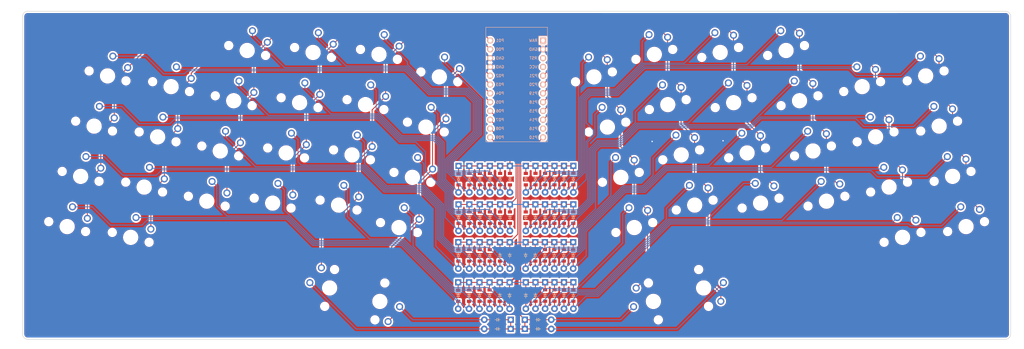
<source format=kicad_pcb>
(kicad_pcb (version 20211232) (generator pcbnew)
  (title_block (title "tin52") (rev "v1.0.0") (company "Unknown"))
  (layers (0 "F.Cu" signal) (31 "B.Cu" signal) (34 "B.Paste" user) (35 "F.Paste" user) (36 "B.SilkS" user "B.Silkscreen") (37 "F.SilkS" user "F.Silkscreen") (38 "B.Mask" user) (39 "F.Mask" user) (44 "Edge.Cuts" user))
  (net 0 "")
  (net 1 "P1")
  (net 2 "outer_bottom")
  (net 3 "P9")
  (net 4 "outer_home")
  (net 5 "P8")
  (net 6 "outer_top")
  (net 7 "P7")
  (net 8 "outer_num")
  (net 9 "P6")
  (net 10 "P0")
  (net 11 "pinky_bottom")
  (net 12 "pinky_home")
  (net 13 "pinky_top")
  (net 14 "pinky_num")
  (net 15 "P2")
  (net 16 "ring_bottom")
  (net 17 "ring_home")
  (net 18 "ring_top")
  (net 19 "ring_num")
  (net 20 "P3")
  (net 21 "middle_bottom")
  (net 22 "middle_home")
  (net 23 "middle_top")
  (net 24 "middle_num")
  (net 25 "P4")
  (net 26 "index_bottom")
  (net 27 "index_home")
  (net 28 "index_top")
  (net 29 "index_num")
  (net 30 "P5")
  (net 31 "inner_bottom")
  (net 32 "inner_home")
  (net 33 "inner_top")
  (net 34 "inner_num")
  (net 35 "outer_thumb")
  (net 36 "P10")
  (net 37 "inner_thumb")
  (net 38 "P21")
  (net 39 "mirror_outer_bottom")
  (net 40 "mirror_outer_home")
  (net 41 "mirror_outer_top")
  (net 42 "mirror_outer_num")
  (net 43 "P20")
  (net 44 "mirror_pinky_bottom")
  (net 45 "mirror_pinky_home")
  (net 46 "mirror_pinky_top")
  (net 47 "mirror_pinky_num")
  (net 48 "P19")
  (net 49 "mirror_ring_bottom")
  (net 50 "mirror_ring_home")
  (net 51 "mirror_ring_top")
  (net 52 "mirror_ring_num")
  (net 53 "P18")
  (net 54 "mirror_middle_bottom")
  (net 55 "mirror_middle_home")
  (net 56 "mirror_middle_top")
  (net 57 "mirror_middle_num")
  (net 58 "P15")
  (net 59 "mirror_index_bottom")
  (net 60 "mirror_index_home")
  (net 61 "mirror_index_top")
  (net 62 "mirror_index_num")
  (net 63 "P14")
  (net 64 "mirror_inner_bottom")
  (net 65 "mirror_inner_home")
  (net 66 "mirror_inner_top")
  (net 67 "mirror_inner_num")
  (net 68 "mirror_outer_thumb")
  (net 69 "mirror_inner_thumb")
  (net 70 "RAW")
  (net 71 "GND")
  (net 72 "RST")
  (net 73 "VCC")
  (net 74 "P16")
  (footprint "PG1350" (layer "F.Cu") (at 182.559096 114.29383 -15)
    (fp_text reference "S23" hide)
    (fp_text value "" hide)
  )
  (footprint "PG1350" (layer "F.Cu") (at 150.022726 92.764194 -15)
    (fp_text reference "S16" hide)
    (fp_text value "" hide)
  )
  (footprint "ComboDiode" (layer "F.Cu") (at 201.029998 140.41175 -90)
    (fp_text reference "D15" hide)
    (fp_text value "" hide)
  )
  (footprint "PG1350" (layer "F.Cu") (at 312.28623 117.116034 15)
    (fp_text reference "S33" hide)
    (fp_text value "" hide)
  )
  (footprint "PG1350" (layer "F.Cu") (at 169.293691 164.573737 -105)
    (fp_text reference "S26" hide)
    (fp_text value "" hide)
  )
  (footprint "PG1350" (layer "F.Cu") (at 123.256193 121.179742 -15)
    (fp_text reference "S10" hide)
    (fp_text value "" hide)
  )
  (footprint "ComboDiode" (layer "F.Cu") (at 219.599999 151.2935 -90)
    (fp_text reference "D36" hide)
    (fp_text value "" hide)
  )
  (footprint "PG1350" (layer "F.Cu") (at 157.37783 136.793083 -15)
    (fp_text reference "S17" hide)
    (fp_text value "" hide)
  )
  (footprint "ComboDiode" (layer "F.Cu") (at 211.329998 151.31 -90)
    (fp_text reference "D48" hide)
    (fp_text value "" hide)
  )
  (footprint "ComboDiode" (layer "F.Cu") (at 214.119998 151.294999 -90)
    (fp_text reference "D44" hide)
    (fp_text value "" hide)
  )
  (footprint "PG1350" (layer "F.Cu") (at 146.14044 107.253081 -15)
    (fp_text reference "S15" hide)
    (fp_text value "" hide)
  )
  (footprint "PG1350" (layer "F.Cu") (at 119.373908 135.668629 -15)
    (fp_text reference "S9" hide)
    (fp_text value "" hide)
  )
  (footprint "ComboDiode" (layer "F.Cu") (at 222.380002 140.398751 -90)
    (fp_text reference "D33" hide)
    (fp_text value "" hide)
  )
  (footprint "PG1350" (layer "F.Cu") (at 178.67681 128.782718 -15)
    (fp_text reference "S22" hide)
    (fp_text value "" hide)
  )
  (footprint "ComboDiode" (layer "F.Cu") (at 216.949999 129.286751 -90)
    (fp_text reference "D42" hide)
    (fp_text value "" hide)
  )
  (footprint "ComboDiode" (layer "F.Cu") (at 219.64 140.402001 -90)
    (fp_text reference "D37" hide)
    (fp_text value "" hide)
  )
  (footprint "ComboDiode" (layer "F.Cu") (at 191.979999 129.311749 -90)
    (fp_text reference "D4" hide)
    (fp_text value "" hide)
  )
  (footprint "ComboDiode" (layer "F.Cu") (at 211.37 140.418501 -90)
    (fp_text reference "D49" hide)
    (fp_text value "" hide)
  )
  (footprint "PG1350" (layer "F.Cu") (at 127.138479 106.690854 -15)
    (fp_text reference "S11" hide)
    (fp_text value "" hide)
  )
  (footprint "ComboDiode" (layer "F.Cu") (at 219.659999 162.8735 -90)
    (fp_text reference "D35" hide)
    (fp_text value "" hide)
  )
  (footprint "ComboDiode" (layer "F.Cu") (at 222.339999 151.290249 -90)
    (fp_text reference "D32" hide)
    (fp_text value "" hide)
  )
  (footprint "PG1350" (layer "F.Cu") (at 279.102812 136.230856 15)
    (fp_text reference "S39" hide)
    (fp_text value "" hide)
  )
  (footprint "PG1350" (layer "F.Cu") (at 320.050801 146.093809 15)
    (fp_text reference "S31" hide)
    (fp_text value "" hide)
  )
  (footprint "ComboDiode" (layer "F.Cu") (at 198.129999 140.411751 -90)
    (fp_text reference "D11" hide)
    (fp_text value "" hide)
  )
  (footprint "ComboDiode" (layer "F.Cu") (at 222.4 129.290251 -90)
    (fp_text reference "D34" hide)
    (fp_text value "" hide)
  )
  (footprint "ComboDiode" (layer "F.Cu") (at 214.179999 129.295001 -90)
    (fp_text reference "D46" hide)
    (fp_text value "" hide)
  )
  (footprint "PG1350" (layer "F.Cu") (at 101.310166 131.604921 -15)
    (fp_text reference "S6" hide)
    (fp_text value "" hide)
  )
  (footprint "PG1350" (layer "F.Cu") (at 262.673878 160.691452 -75)
    (fp_text reference "S51" hide)
    (fp_text value "" hide)
  )
  (footprint "PG1350" (layer "F.Cu") (at 79.105319 142.996026 -15)
    (fp_text reference "S1" hide)
    (fp_text value "" hide)
  )
  (footprint "ComboDiode" (layer "F.Cu") (at 200.93 162.9 -90)
    (fp_text reference "D13" hide)
    (fp_text value "" hide)
  )
  (footprint "PG1350" (layer "F.Cu") (at 308.403944 102.627146 15)
    (fp_text reference "S34" hide)
    (fp_text value "" hide)
  )
  (footprint "ComboDiode" (layer "F.Cu") (at 198.079998 151.310001 -90)
    (fp_text reference "D10" hide)
    (fp_text value "" hide)
  )
  (footprint "PG1350" (layer "F.Cu") (at 267.455955 92.764194 15)
    (fp_text reference "S42" hide)
    (fp_text value "" hide)
  )
  (footprint "ComboDiode" (layer "F.Cu") (at 203.22 172.51 180)
    (fp_text reference "D25" hide)
    (fp_text value "" hide)
  )
  (footprint "PG1350" (layer "F.Cu") (at 248.453994 93.32642 15)
    (fp_text reference "S46" hide)
    (fp_text value "" hide)
  )
  (footprint "ComboDiode" (layer "F.Cu") (at 222.4 162.870251 -90)
    (fp_text reference "D31" hide)
    (fp_text value "" hide)
  )
  (footprint "ComboDiode" (layer "F.Cu") (at 211.39 129.31 -90)
    (fp_text reference "D50" hide)
    (fp_text value "" hide)
  )
  (footprint "PG1350" (layer "F.Cu") (at 326.726505 99.529364 15)
    (fp_text reference "S30" hide)
    (fp_text value "" hide)
  )
  (footprint "ComboDiode" (layer "F.Cu") (at 191.929998 151.309999 -90)
    (fp_text reference "D2" hide)
    (fp_text value "" hide)
  )
  (footprint "PG1350" (layer "F.Cu") (at 90.752176 99.529364 -15)
    (fp_text reference "S4" hide)
    (fp_text value "" hide)
  )
  (footprint "ComboDiode" (layer "F.Cu") (at 195.109999 129.31175 -90)
    (fp_text reference "D8" hide)
    (fp_text value "" hide)
  )
  (footprint "PG1350" (layer "F.Cu") (at 271.338241 107.253081 15)
    (fp_text reference "S41" hide)
    (fp_text value "" hide)
  )
  (footprint "ComboDiode" (layer "F.Cu") (at 201.029999 129.31175 -90)
    (fp_text reference "D16" hide)
    (fp_text value "" hide)
  )
  (footprint "PG1350" (layer "F.Cu") (at 161.260116 122.304195 -15)
    (fp_text reference "S18" hide)
    (fp_text value "" hide)
  )
  (footprint "PG1350" (layer "F.Cu") (at 234.919585 114.29383 15)
    (fp_text reference "S49" hide)
    (fp_text value "" hide)
  )
  (footprint "PG1350" (layer "F.Cu") (at 231.037299 99.804943 15)
    (fp_text reference "S50" hide)
    (fp_text value "" hide)
  )
  (footprint "ComboDiode" (layer "F.Cu") (at 225.110002 162.873752 -90)
    (fp_text reference "D27" hide)
    (fp_text value "" hide)
  )
  (footprint "ComboDiode" (layer "F.Cu") (at 195.109998 140.41175 -90)
    (fp_text reference "D7" hide)
    (fp_text value "" hide)
  )
  (footprint "PG1350" (layer "F.Cu") (at 275.220526 121.741968 15)
    (fp_text reference "S40" hide)
    (fp_text value "" hide)
  )
  (footprint "PG1350" (layer "F.Cu") (at 242.684157 143.271605 15)
    (fp_text reference "S47" hide)
    (fp_text value "" hide)
  )
  (footprint "ComboDiode" (layer "F.Cu") (at 225.050001 151.29375 -90)
    (fp_text reference "D28" hide)
    (fp_text value "" hide)
  )
  (footprint "PG1350" (layer "F.Cu") (at 82.987605 128.507139 -15)
    (fp_text reference "S2" hide)
    (fp_text value "" hide)
  )
  (footprint "PG1350" (layer "F.Cu") (at 154.804803 160.691452 75)
    (fp_text reference "S25" hide)
    (fp_text value "" hide)
  )
  (footprint "ComboDiode" (layer "F.Cu") (at 211.39 162.89 -90)
    (fp_text reference "D47" hide)
    (fp_text value "" hide)
  )
  (footprint "PG1350" (layer "F.Cu") (at 142.258154 121.741968 -15)
    (fp_text reference "S14" hide)
    (fp_text value "" hide)
  )
  (footprint "ComboDiode" (layer "F.Cu") (at 203.93 151.308249 -90)
    (fp_text reference "D18" hide)
    (fp_text value "" hide)
  )
  (footprint "PG1350" (layer "F.Cu") (at 109.074737 102.627146 -15)
    (fp_text reference "S8" hide)
    (fp_text value "" hide)
  )
  (footprint "ComboDiode" (layer "F.Cu") (at 203.980001 129.31 -90)
    (fp_text reference "D20" hide)
    (fp_text value "" hide)
  )
  (footprint "PG1350" (layer "F.Cu") (at 138.375869 136.230856 -15)
    (fp_text reference "S13" hide)
    (fp_text value "" hide)
  )
  (footprint "ComboDiode" (layer "F.Cu") (at 214.160001 140.403501 -90)
    (fp_text reference "D45" hide)
    (fp_text value "" hide)
  )
  (footprint "ComboDiode" (layer "F.Cu") (at 219.659999 129.293501 -90)
    (fp_text reference "D38" hide)
    (fp_text value "" hide)
  )
  (footprint "ComboDiode" (layer "F.Cu") (at 206.809999 129.31175 -90)
    (fp_text reference "D24" hide)
    (fp_text value "" hide)
  )
  (footprint "ComboDiode" (layer "F.Cu") (at 203.98 140.409999 -90)
    (fp_text reference "D19" hide)
    (fp_text value "" hide)
  )
  (footprint "ComboDiode" (layer "F.Cu") (at 216.889999 151.28675 -90)
    (fp_text reference "D40" hide)
    (fp_text value "" hide)
  )
  (footprint "PG1350" (layer "F.Cu") (at 294.222488 121.179742 15)
    (fp_text reference "S36" hide)
    (fp_text value "" hide)
  )
  (footprint "PG1350" (layer "F.Cu") (at 186.441381 99.804943 -15)
    (fp_text reference "S24" hide)
    (fp_text value "" hide)
  )
  (footprint "PG1350" (layer "F.Cu") (at 169.024687 93.32642 -15)
    (fp_text reference "S20" hide)
    (fp_text value "" hide)
  )
  (footprint "PG1350" (layer "F.Cu") (at 97.42788 146.093809 -15)
    (fp_text reference "S5" hide)
    (fp_text value "" hide)
  )
  (footprint "PG1350" (layer "F.Cu") (at 252.33628 107.815308 15)
    (fp_text reference "S45" hide)
    (fp_text value "" hide)
  )
  (footprint "ComboDiode" (layer "F.Cu") (at 216.930001 140.39525 -90)
    (fp_text reference "D41" hide)
    (fp_text value "" hide)
  )
  (footprint "ComboDiode" (layer "F.Cu") (at 203.23175 169.86 180)
    (fp_text reference "D26" hide)
    (fp_text value "" hide)
  )
  (footprint "ComboDiode" (layer "F.Cu") (at 198.03 162.9 -90)
    (fp_text reference "D9" hide)
    (fp_text value "" hide)
  )
  (footprint "ComboDiode" (layer "F.Cu") (at 214.179999 162.875001 -90)
    (fp_text reference "D43" hide)
    (fp_text value "" hide)
  )
  (footprint "PG1350" (layer "F.Cu") (at 286.457916 92.201967 15)
    (fp_text reference "S38" hide)
    (fp_text value "" hide)
  )
  (footprint "PG1350" (layer "F.Cu") (at 174.794524 143.271605 -15)
    (fp_text reference "S21" hide)
    (fp_text value "" hide)
  )
  (footprint "PG1350" (layer "F.Cu") (at 165.142401 107.815308 -15)
    (fp_text reference "S19" hide)
    (fp_text value "" hide)
  )
  (footprint "PG1350" (layer "F.Cu") (at 338.373362 142.996026 15)
    (fp_text reference "S27" hide)
    (fp_text value "" hide)
  )
  (footprint "PG1350" (layer "F.Cu") (at 248.18499 164.573737 105)
    (fp_text reference "S52" hide)
    (fp_text value "" hide)
  )
  (footprint "ComboDiode" (layer "F.Cu") (at 206.71 162.9 -90)
    (fp_text reference "D21" hide)
    (fp_text value "" hide)
  )
  (footprint "PG1350" (layer "F.Cu") (at 290.340202 106.690854 15)
    (fp_text reference "S37" hide)
    (fp_text value "" hide)
  )
  (footprint "ComboDiode" (layer "F.Cu") (at 225.090003 140.402252 -90)
    (fp_text reference "D29" hide)
    (fp_text value "" hide)
  )
  (footprint "ComboDiode" (layer "F.Cu") (at 206.81 140.411751 -90)
    (fp_text reference "D23" hide)
    (fp_text value "" hide)
  )
  (footprint "PG1350" (layer "F.Cu") (at 86.86989 114.018251 -15)
    (fp_text reference "S3" hide)
    (fp_text value "" hide)
  )
  (footprint "ComboDiode" (layer "F.Cu") (at 206.76 151.31 -90)
    (fp_text reference "D22" hide)
    (fp_text value "" hide)
  )
  (footprint "PG1350" (layer "F.Cu") (at 260.100851 136.793083 15)
    (fp_text reference "S43" hide)
    (fp_text value "" hide)
  )
  (footprint "ComboDiode" (layer "F.Cu") (at 191.979998 140.41175 -90)
    (fp_text reference "D3" hide)
    (fp_text value "" hide)
  )
  (footprint "PG1350" (layer "F.Cu") (at 330.608791 114.018251 15)
    (fp_text reference "S29" hide)
    (fp_text value "" hide)
  )
  (footprint "PG1350" (layer "F.Cu") (at 131.020765 92.201967 -15)
    (fp_text reference "S12" hide)
    (fp_text value "" hide)
  )
  (footprint "PG1350" (layer "F.Cu") (at 256.218565 122.304195 15)
    (fp_text reference "S44" hide)
    (fp_text value "" hide)
  )
  (footprint "PG1350" (layer "F.Cu") (at 334.491076 128.507139 15)
    (fp_text reference "S28" hide)
    (fp_text value "" hide)
  )
  (footprint "ComboDiode" (layer "F.Cu") (at 198.129999 129.31175 -90)
    (fp_text reference "D12" hide)
    (fp_text value "" hide)
  )
  (footprint "PG1350" (layer "F.Cu") (at 238.801871 128.782718 15)
    (fp_text reference "S48" hide)
    (fp_text value "" hide)
  )
  (footprint "ComboDiode" (layer "F.Cu") (at 225.110002 129.293751 -90)
    (fp_text reference "D30" hide)
    (fp_text value "" hide)
  )
  (footprint "ComboDiode" (layer "F.Cu") (at 216.949999 162.866751 -90)
    (fp_text reference "D39" hide)
    (fp_text value "" hide)
  )
  (footprint "ComboDiode" (layer "F.Cu") (at 195.01 162.9 -90)
    (fp_text reference "D5" hide)
    (fp_text value "" hide)
  )
  (footprint "ComboDiode" (layer "F.Cu") (at 195.059999 151.309999 -90)
    (fp_text reference "D6" hide)
    (fp_text value "" hide)
  )
  (footprint "ComboDiode" (layer "F.Cu") (at 191.88 162.9 -90)
    (fp_text reference "D1" hide)
    (fp_text value "" hide)
  )
  (footprint "ComboDiode" (layer "F.Cu") (at 214.92825 172.51)
    (fp_text reference "D51" hide)
    (fp_text value "" hide)
  )
  (footprint "ComboDiode" (layer "F.Cu") (at 203.880002 162.898249 -90)
    (fp_text reference "D17" hide)
    (fp_text value "" hide)
  )
  (footprint "PG1350" (layer "F.Cu") (at 105.192451 117.116034 -15)
    (fp_text reference "S7" hide)
    (fp_text value "" hide)
  )
  (footprint "PG1350" (layer "F.Cu") (at 316.168515 131.604921 15)
    (fp_text reference "S32" hide)
    (fp_text value "" hide)
  )
  (footprint "PG1350" (layer "F.Cu") (at 298.104773 135.668629 15)
    (fp_text reference "S35" hide)
    (fp_text value "" hide)
  )
  (footprint "ComboDiode" (layer "F.Cu") (at 200.979998 151.310001 -90)
    (fp_text reference "D14" hide)
    (fp_text value "" hide)
  )
  (footprint "ComboDiode" (layer "F.Cu") (at 214.92 169.85)
    (fp_text reference "D52" hide)
    (fp_text value "" hide)
  )
  (footprint "ProMicro" (layer "B.Cu") (at 208.73934 103.293831 -90)
    (fp_text reference "MCU1" hide)
    (fp_text value "" hide)
  )
  (gr_arc (start 351.23934 173.98934) (mid 350.8 175.05) (end 349.73934 175.48934) (stroke (width 0.15)) (layer "Edge.Cuts"))
  (gr_arc (start 67.73934 175.48934) (mid 66.67868 175.05) (end 66.23934 173.98934) (stroke (width 0.15)) (layer "Edge.Cuts"))
  (gr_line (start 349.73934 80.88934) (end 67.73934 80.88934) (stroke (width 0.15)) (layer "Edge.Cuts"))
  (gr_line (start 351.23934 173.98934) (end 351.23934 82.38934) (stroke (width 0.15)) (layer "Edge.Cuts"))
  (gr_arc (start 66.23934 82.38934) (mid 66.67868 81.32868) (end 67.73934 80.88934) (stroke (width 0.15)) (layer "Edge.Cuts"))
  (gr_arc (start 349.73934 80.88934) (mid 350.8 81.32868) (end 351.23934 82.38934) (stroke (width 0.15)) (layer "Edge.Cuts"))
  (gr_line (start 66.23934 82.38934) (end 66.23934 173.98934) (stroke (width 0.15)) (layer "Edge.Cuts"))
  (gr_line (start 67.73934 175.48934) (end 349.73934 175.48934) (stroke (width 0.15)) (layer "Edge.Cuts"))
  (segment (start 111.422673 82.295585) (end 96.565318 97.152941) (width 0.25) (layer "F.Cu") (net 1))
  (segment (start 88.800747 126.130716) (end 88.800747 115.524113) (width 0.25) (layer "F.Cu") (net 1))
  (segment (start 88.800747 115.524113) (end 92.683032 111.641828) (width 0.25) (layer "F.Cu") (net 1))
  (segment (start 92.683032 101.035227) (end 96.565318 97.152941) (width 0.25) (layer "F.Cu") (net 1))
  (segment (start 84.918461 130.013002) (end 88.800747 126.130716) (width 0.25) (layer "F.Cu") (net 1))
  (segment (start 84.918461 140.619603) (end 84.918461 130.013002) (width 0.25) (layer "F.Cu") (net 1))
  (segment (start 201.11934 89.323831) (end 194.091093 82.295585) (width 0.25) (layer "F.Cu") (net 1))
  (segment (start 92.683032 111.641828) (end 92.683032 101.035227) (width 0.25) (layer "F.Cu") (net 1))
  (segment (start 194.091093 82.295585) (end 111.422673 82.295585) (width 0.25) (layer "F.Cu") (net 1))
  (segment (start 191.88 164.55) (end 191.88 166.71) (width 0.25) (layer "F.Cu") (net 2))
  (segment (start 102.405633 140.844367) (end 100.69 142.56) (width 0.25) (layer "B.Cu") (net 2))
  (segment (start 91.6 142.56) (end 86.337064 137.297064) (width 0.25) (layer "B.Cu") (net 2))
  (segment (start 86.337064 137.297064) (end 80.632351 137.297064) (width 0.25) (layer "B.Cu") (net 2))
  (segment (start 100.69 142.56) (end 91.6 142.56) (width 0.25) (layer "B.Cu") (net 2))
  (segment (start 175.439492 148.39808) (end 149.940928 148.39808) (width 0.25) (layer "B.Cu") (net 2))
  (segment (start 191.88 166.71) (end 191.88 164.838587) (width 0.25) (layer "B.Cu") (net 2))
  (segment (start 149.940928 148.39808) (end 142.387215 140.844367) (width 0.25) (layer "B.Cu") (net 2))
  (segment (start 142.387215 140.844367) (end 102.405633 140.844367) (width 0.25) (layer "B.Cu") (net 2))
  (segment (start 191.88 164.838587) (end 175.439492 148.39808) (width 0.25) (layer "B.Cu") (net 2))
  (segment (start 206.808249 125.5) (end 206.809999 125.50175) (width 0.25) (layer "F.Cu") (net 3))
  (segment (start 203.980001 125.5) (end 206.808249 125.5) (width 0.25) (layer "F.Cu") (net 3))
  (segment (start 222.4 125.480251) (end 225.106502 125.480251) (width 0.25) (layer "F.Cu") (net 3))
  (segment (start 200.971749 125.441749) (end 200.999999 125.469999) (width 0.25) (layer "F.Cu") (net 3))
  (segment (start 206.809999 122.95449) (end 201.11934 117.263831) (width 0.25) (layer "F.Cu") (net 3))
  (segment (start 211.39 127.66) (end 211.39 125.5) (width 0.25) (layer "F.Cu") (net 3))
  (segment (start 214.179999 125.485001) (end 216.941749 125.485001) (width 0.25) (layer "F.Cu") (net 3))
  (segment (start 206.8 127.67175) (end 206.8 125.51175) (width 0.25) (layer "F.Cu") (net 3))
  (segment (start 219.659999 127.643501) (end 219.659999 125.483501) (width 0.25) (layer "F.Cu") (net 3))
  (segment (start 206.78825 125.5) (end 206.8 125.51175) (width 0.25) (layer "F.Cu") (net 3))
  (segment (start 214.165 125.5) (end 214.179999 125.485001) (width 0.25) (layer "F.Cu") (net 3))
  (segment (start 203.978251 125.50175) (end 203.980001 125.5) (width 0.25) (layer "F.Cu") (net 3))
  (segment (start 206.809999 125.50175) (end 206.809999 122.95449) (width 0.25) (layer "F.Cu") (net 3))
  (segment (start 191.979999 125.501749) (end 195.109999 125.50175) (width 0.25) (layer "F.Cu") (net 3))
  (segment (start 197.998497 125.420249) (end 198.019997 125.441749) (width 0.25) (layer "F.Cu") (net 3))
  (segment (start 211.39 125.5) (end 214.165 125.5) (width 0.25) (layer "F.Cu") (net 3))
  (segment (start 216.949999 127.636751) (end 216.949999 125.476751) (width 0.25) (layer "F.Cu") (net 3))
  (segment (start 219.653249 125.476751) (end 219.659999 125.483501) (width 0.25) (layer "F.Cu") (net 3))
  (segment (start 222.39675 125.483501) (end 222.4 125.480251) (width 0.25) (layer "F.Cu") (net 3))
  (segment (start 225.106502 125.480251) (end 225.110002 125.483751) (width 0.25) (layer "F.Cu") (net 3))
  (segment (start 219.659999 125.483501) (end 222.39675 125.483501) (width 0.25) (layer "F.Cu") (net 3))
  (segment (start 194.998493 125.378747) (end 195.039995 125.420249) (width 0.25) (layer "F.Cu") (net 3))
  (segment (start 195.109999 125.50175) (end 198.129999 125.50175) (width 0.25) (layer "F.Cu") (net 3))
  (segment (start 203.980001 127.66) (end 203.980001 125.5) (width 0.25) (layer "F.Cu") (net 3))
  (segment (start 214.179999 127.645001) (end 214.179999 125.485001) (width 0.25) (layer "F.Cu") (net 3))
  (segment (start 191.989993 127.538747) (end 191.989993 125.378747) (width 0.25) (layer "F.Cu") (net 3))
  (segment (start 198.019997 127.601749) (end 198.019997 125.441749) (width 0.25) (layer "F.Cu") (net 3))
  (segment (start 216.949999 125.476751) (end 219.653249 125.476751) (width 0.25) (layer "F.Cu") (net 3))
  (segment (start 222.4 127.640251) (end 222.4 125.480251) (width 0.25) (layer "F.Cu") (net 3))
  (segment (start 216.941749 125.485001) (end 216.949999 125.476751) (width 0.25) (layer "F.Cu") (net 3))
  (segment (start 203.95 125.469999) (end 203.980001 125.5) (width 0.25) (layer "F.Cu") (net 3))
  (segment (start 201.029999 125.50175) (end 203.978251 125.50175) (width 0.25) (layer "F.Cu") (net 3))
  (segment (start 225.110002 127.643751) (end 225.110002 125.483751) (width 0.25) (layer "F.Cu") (net 3))
  (segment (start 200.999999 127.629999) (end 200.999999 125.469999) (width 0.25) (layer "F.Cu") (net 3))
  (segment (start 198.129999 125.50175) (end 201.029999 125.50175) (width 0.25) (layer "F.Cu") (net 3))
  (segment (start 195.039995 127.580249) (end 195.039995 125.420249) (width 0.25) (layer "F.Cu") (net 3))
  (segment (start 206.811749 125.5) (end 206.809999 125.50175) (width 0.25) (layer "B.Cu") (net 3))
  (segment (start 211.39 125.5) (end 207.311749 125.5) (width 0.25) (layer "B.Cu") (net 3))
  (segment (start 191.929998 152.959999) (end 191.929998 155.119999) (width 0.25) (layer "F.Cu") (net 4))
  (segment (start 170.475209 133.008079) (end 164.09569 126.62856) (width 0.25) (layer "B.Cu") (net 4))
  (segment (start 191.929998 155.119999) (end 185.43528 148.625281) (width 0.25) (layer "B.Cu") (net 4))
  (segment (start 95.14 128.16) (end 89.788177 122.808177) (width 0.25) (layer "B.Cu") (net 4))
  (segment (start 164.09569 126.62856) (end 106.37144 126.62856) (width 0.25) (layer "B.Cu") (net 4))
  (segment (start 106.37144 126.62856) (end 104.84 128.16) (width 0.25) (layer "B.Cu") (net 4))
  (segment (start 89.788177 122.808177) (end 84.514637 122.808177) (width 0.25) (layer "B.Cu") (net 4))
  (segment (start 185.43528 137.54387) (end 180.89949 133.00808) (width 0.25) (layer "B.Cu") (net 4))
  (segment (start 185.43528 148.625281) (end 185.43528 137.54387) (width 0.25) (layer "B.Cu") (net 4))
  (segment (start 104.84 128.16) (end 95.14 128.16) (width 0.25) (layer "B.Cu") (net 4))
  (segment (start 180.89949 133.00808) (end 170.475209 133.008079) (width 0.25) (layer "B.Cu") (net 4))
  (segment (start 203.98 136.599999) (end 206.808248 136.599999) (width 0.25) (layer "F.Cu") (net 5))
  (segment (start 214.160001 136.593501) (end 216.92175 136.593501) (width 0.25) (layer "F.Cu") (net 5))
  (segment (start 219.64 136.592001) (end 222.376752 136.592001) (width 0.25) (layer "F.Cu") (net 5))
  (segment (start 216.930001 136.58525) (end 219.633249 136.58525) (width 0.25) (layer "F.Cu") (net 5))
  (segment (start 211.37 136.608501) (end 214.145001 136.608501) (width 0.25) (layer "F.Cu") (net 5))
  (segment (start 222.380002 136.588751) (end 225.086502 136.588751) (width 0.25) (layer "F.Cu") (net 5))
  (segment (start 208.58144 122.185931) (end 201.11934 114.723831) (width 0.25) (layer "F.Cu") (net 5))
  (segment (start 198.129999 136.601751) (end 201.029998 136.60175) (width 0.25) (layer "F.Cu") (net 5))
  (segment (start 206.800001 136.611751) (end 206.800001 138.771751) (width 0.25) (layer "F.Cu") (net 5))
  (segment (start 216.930001 136.58525) (end 216.930001 138.74525) (width 0.25) (layer "F.Cu") (net 5))
  (segment (start 219.64 136.592001) (end 219.64 138.752001) (width 0.25) (layer "F.Cu") (net 5))
  (segment (start 201.029998 136.60175) (end 203.978249 136.60175) (width 0.25) (layer "F.Cu") (net 5))
  (segment (start 203.978249 136.60175) (end 203.98 136.599999) (width 0.25) (layer "F.Cu") (net 5))
  (segment (start 214.160001 136.593501) (end 214.160001 138.753501) (width 0.25) (layer "F.Cu") (net 5))
  (segment (start 200.999998 136.569999) (end 200.999998 138.729999) (width 0.25) (layer "F.Cu") (net 5))
  (segment (start 198.019997 136.54175) (end 198.019997 138.70175) (width 0.25) (layer "F.Cu") (net 5))
  (segment (start 225.086502 136.588751) (end 225.090003 136.592252) (width 0.25) (layer "F.Cu") (net 5))
  (segment (start 195.039994 136.520249) (end 195.039994 138.680249) (width 0.25) (layer "F.Cu") (net 5))
  (segment (start 219.633249 136.58525) (end 219.64 136.592001) (width 0.25) (layer "F.Cu") (net 5))
  (segment (start 208.58144 134.830311) (end 208.58144 122.185931) (width 0.25) (layer "F.Cu") (net 5))
  (segment (start 225.090003 136.592252) (end 225.090003 138.752252) (width 0.25) (layer "F.Cu") (net 5))
  (segment (start 191.979998 136.60175) (end 195.109998 136.60175) (width 0.25) (layer "F.Cu") (net 5))
  (segment (start 191.989992 136.478748) (end 191.989992 138.638748) (width 0.25) (layer "F.Cu") (net 5))
  (segment (start 216.92175 136.593501) (end 216.930001 136.58525) (width 0.25) (layer "F.Cu") (net 5))
  (segment (start 214.145001 136.608501) (end 214.160001 136.593501) (width 0.25) (layer "F.Cu") (net 5))
  (segment (start 222.380002 136.588751) (end 222.380002 138.748751) (width 0.25) (layer "F.Cu") (net 5))
  (segment (start 203.95 136.569999) (end 203.98 136.599999) (width 0.25) (layer "F.Cu") (net 5))
  (segment (start 194.998493 136.478748) (end 195.039994 136.520249) (width 0.25) (layer "F.Cu") (net 5))
  (segment (start 206.81 136.601751) (end 208.58144 134.830311) (width 0.25) (layer "F.Cu") (net 5))
  (segment (start 195.109998 136.60175) (end 198.129999 136.601751) (width 0.25) (layer "F.Cu") (net 5))
  (segment (start 206.788249 136.599999) (end 206.800001 136.611751) (width 0.25) (layer "F.Cu") (net 5))
  (segment (start 222.376752 136.592001) (end 222.380002 136.588751) (width 0.25) (layer "F.Cu") (net 5))
  (segment (start 197.998496 136.520249) (end 198.019997 136.54175) (width 0.25) (layer "F.Cu") (net 5))
  (segment (start 200.971749 136.54175) (end 200.999998 136.569999) (width 0.25) (layer "F.Cu") (net 5))
  (segment (start 211.37 136.608501) (end 211.37 138.768501) (width 0.25) (layer "F.Cu") (net 5))
  (segment (start 206.808248 136.599999) (end 206.81 136.601751) (width 0.25) (layer "F.Cu") (net 5))
  (segment (start 203.98 136.599999) (end 203.98 138.759999) (width 0.25) (layer "F.Cu") (net 5))
  (segment (start 211.37 136.608501) (end 207.31675 136.608501) (width 0.25) (layer "B.Cu") (net 5))
  (segment (start 206.81675 136.608501) (end 206.81 136.601751) (width 0.25) (layer "B.Cu") (net 5))
  (segment (start 191.979998 142.06175) (end 191.979998 144.22175) (width 0.25) (layer "F.Cu") (net 6))
  (segment (start 182.44 121.4) (end 179.658079 118.618079) (width 0.25) (layer "B.Cu") (net 6))
  (segment (start 94.899289 108.319289) (end 88.396922 108.319289) (width 0.25) (layer "B.Cu") (net 6))
  (segment (start 108.75 113.31) (end 99.89 113.31) (width 0.25) (layer "B.Cu") (net 6))
  (segment (start 134.376592 111.866592) (end 168.213722 111.866592) (width 0.25) (layer "B.Cu") (net 6))
  (segment (start 110.193408 111.866592) (end 108.75 113.31) (width 0.25) (layer "B.Cu") (net 6))
  (segment (start 182.44 126.923813) (end 182.44 121.4) (width 0.25) (layer "B.Cu") (net 6))
  (segment (start 191.979998 144.22175) (end 188.1324 140.374152) (width 0.25) (layer "B.Cu") (net 6))
  (segment (start 185.583832 130.067645) (end 182.44 126.923813) (width 0.25) (layer "B.Cu") (net 6))
  (segment (start 168.368565 112.021435) (end 174.965209 118.618079) (width 0.25) (layer "B.Cu") (net 6))
  (segment (start 185.583832 130.539889) (end 185.583832 130.067645) (width 0.25) (layer "B.Cu") (net 6))
  (segment (start 134.376592 111.866592) (end 110.193408 111.866592) (width 0.25) (layer "B.Cu") (net 6))
  (segment (start 179.658079 118.618079) (end 174.965209 118.618079) (width 0.25) (layer "B.Cu") (net 6))
  (segment (start 174.965209 118.618079) (end 175.21 118.618079) (width 0.25) (layer "B.Cu") (net 6))
  (segment (start 188.1324 140.374152) (end 188.1324 133.088458) (width 0.25) (layer "B.Cu") (net 6))
  (segment (start 99.89 113.31) (end 94.899289 108.319289) (width 0.25) (layer "B.Cu") (net 6))
  (segment (start 188.1324 133.088458) (end 185.583832 130.539889) (width 0.25) (layer "B.Cu") (net 6))
  (segment (start 168.213722 111.866592) (end 168.368565 112.021435) (width 0.25) (layer "B.Cu") (net 6))
  (segment (start 214.104997 147.5) (end 214.119998 147.484999) (width 0.25) (layer "F.Cu") (net 7))
  (segment (start 222.339999 147.480249) (end 225.0465 147.480249) (width 0.25) (layer "F.Cu") (net 7))
  (segment (start 222.336748 147.4835) (end 222.339999 147.480249) (width 0.25) (layer "F.Cu") (net 7))
  (segment (start 219.593249 147.47675) (end 219.599999 147.4835) (width 0.25) (layer "F.Cu") (net 7))
  (segment (start 208.78096 119.845451) (end 208.202755 119.267245) (width 0.25) (layer "F.Cu") (net 7))
  (segment (start 203.93 147.498249) (end 203.93 149.658249) (width 0.25) (layer "F.Cu") (net 7))
  (segment (start 198.079998 147.500001) (end 198.079998 149.660001) (width 0.25) (layer "F.Cu") (net 7))
  (segment (start 222.339999 147.480249) (end 222.339999 149.640249) (width 0.25) (layer "F.Cu") (net 7))
  (segment (start 209.03096 145.22904) (end 209.03096 120.09545) (width 0.25) (layer "F.Cu") (net 7))
  (segment (start 200.979998 147.500001) (end 203.928248 147.500001) (width 0.25) (layer "F.Cu") (net 7))
  (segment (start 206.76 147.5) (end 206.76 149.66) (width 0.25) (layer "F.Cu") (net 7))
  (segment (start 198.079996 147.499999) (end 198.079998 147.500001) (width 0.25) (layer "F.Cu") (net 7))
  (segment (start 203.928248 147.500001) (end 203.93 147.498249) (width 0.25) (layer "F.Cu") (net 7))
  (segment (start 195.059999 147.499999) (end 195.059999 149.659999) (width 0.25) (layer "F.Cu") (net 7))
  (segment (start 209.03096 120.09545) (end 208.202755 119.267245) (width 0.25) (layer "F.Cu") (net 7))
  (segment (start 216.889999 147.47675) (end 219.593249 147.47675) (width 0.25) (layer "F.Cu") (net 7))
  (segment (start 211.329998 147.5) (end 214.104997 147.5) (width 0.25) (layer "F.Cu") (net 7))
  (segment (start 195.059999 147.499999) (end 198.079996 147.499999) (width 0.25) (layer "F.Cu") (net 7))
  (segment (start 211.329998 147.5) (end 211.329998 149.66) (width 0.25) (layer "F.Cu") (net 7))
  (segment (start 216.889999 147.47675) (end 216.889999 149.63675) (width 0.25) (layer "F.Cu") (net 7))
  (segment (start 225.050001 147.48375) (end 225.050001 149.64375) (width 0.25) (layer "F.Cu") (net 7))
  (segment (start 208.202755 119.267245) (end 201.11934 112.183831) (width 0.25) (layer "F.Cu") (net 7))
  (segment (start 214.119998 147.484999) (end 214.119998 149.644999) (width 0.25) (layer "F.Cu") (net 7))
  (segment (start 216.88175 147.484999) (end 216.889999 147.47675) (width 0.25) (layer "F.Cu") (net 7))
  (segment (start 191.929998 147.499999) (end 191.929998 149.659999) (width 0.25) (layer "F.Cu") (net 7))
  (segment (start 191.929998 147.499999) (end 195.059999 147.499999) (width 0.25) (layer "F.Cu") (net 7))
  (segment (start 198.079998 147.500001) (end 200.979998 147.500001) (width 0.25) (layer "F.Cu") (net 7))
  (segment (start 203.93 147.498249) (end 206.758249 147.498249) (width 0.25) (layer "F.Cu") (net 7))
  (segment (start 225.0465 147.480249) (end 225.050001 147.48375) (width 0.25) (layer "F.Cu") (net 7))
  (segment (start 206.76 147.5) (end 209.03096 145.22904) (width 0.25) (layer "F.Cu") (net 7))
  (segment (start 214.119998 147.484999) (end 216.88175 147.484999) (width 0.25) (layer "F.Cu") (net 7))
  (segment (start 219.599999 147.4835) (end 222.336748 147.4835) (width 0.25) (layer "F.Cu") (net 7))
  (segment (start 219.599999 147.4835) (end 219.599999 149.6435) (width 0.25) (layer "F.Cu") (net 7))
  (segment (start 200.979998 147.500001) (end 200.979998 149.660001) (width 0.25) (layer "F.Cu") (net 7))
  (segment (start 211.329998 147.5) (end 207.26 147.5) (width 0.25) (layer "B.Cu") (net 7))
  (segment (start 191.989993 132.998747) (end 191.989993 130.838747) (width 0.25) (layer "F.Cu") (net 8))
  (segment (start 112.93 98.93) (end 106.93 98.93) (width 0.25) (layer "B.Cu") (net 8))
  (segment (start 188.280953 127.29) (end 188.280953 123.490461) (width 0.25) (layer "B.Cu") (net 8))
  (segment (start 196.24 115.531413) (end 196.24 107.160058) (width 0.25) (layer "B.Cu") (net 8))
  (segment (start 113.80144 98.05856) (end 112.93 98.93) (width 0.25) (layer "B.Cu") (net 8))
  (segment (start 183.399553 104.92808) (end 176.530032 98.05856) (width 0.25) (layer "B.Cu") (net 8))
  (segment (start 106.93 98.93) (end 101.830402 93.830402) (width 0.25) (layer "B.Cu") (net 8))
  (segment (start 191.979999 133.121749) (end 188.280952 129.422702) (width 0.25) (layer "B.Cu") (net 8))
  (segment (start 189.425706 122.345707) (end 196.24 115.531413) (width 0.25) (layer "B.Cu") (net 8))
  (segment (start 188.280953 123.490461) (end 189.425706 122.345707) (width 0.25) (layer "B.Cu") (net 8))
  (segment (start 188.280952 129.422702) (end 188.280953 127.29) (width 0.25) (layer "B.Cu") (net 8))
  (segment (start 194.008022 104.92808) (end 183.399553 104.92808) (width 0.25) (layer "B.Cu") (net 8))
  (segment (start 101.830402 93.830402) (end 92.279208 93.830402) (width 0.25) (layer "B.Cu") (net 8))
  (segment (start 176.530032 98.05856) (end 113.80144 98.05856) (width 0.25) (layer "B.Cu") (net 8))
  (segment (start 196.24 107.160058) (end 194.008022 104.92808) (width 0.25) (layer "B.Cu") (net 8))
  (segment (start 211.39 159.08) (end 211.39 161.24) (width 0.25) (layer "F.Cu") (net 9))
  (segment (start 219.659999 159.0635) (end 219.659999 161.2235) (width 0.25) (layer "F.Cu") (net 9))
  (segment (start 206.71 159.09) (end 209.48048 156.31952) (width 0.25) (layer "F.Cu") (net 9))
  (segment (start 222.396751 159.0635) (end 222.4 159.060251) (width 0.25) (layer "F.Cu") (net 9))
  (segment (start 195.01 159.09) (end 195.01 161.25) (width 0.25) (layer "F.Cu") (net 9))
  (segment (start 211.39 159.08) (end 214.165 159.08) (width 0.25) (layer "F.Cu") (net 9))
  (segment (start 206.71 159.09) (end 206.71 161.25) (width 0.25) (layer "F.Cu") (net 9))
  (segment (start 214.165 159.08) (end 214.179999 159.065001) (width 0.25) (layer "F.Cu") (net 9))
  (segment (start 200.93 159.09) (end 203.878251 159.09) (width 0.25) (layer "F.Cu") (net 9))
  (segment (start 216.949999 159.056751) (end 216.949999 161.216751) (width 0.25) (layer "F.Cu") (net 9))
  (segment (start 216.941749 159.065001) (end 216.949999 159.056751) (width 0.25) (layer "F.Cu") (net 9))
  (segment (start 200.93 159.09) (end 200.93 161.25) (width 0.25) (layer "F.Cu") (net 9))
  (segment (start 208.672754 117.197246) (end 201.11934 109.643831) (width 0.25) (layer "F.Cu") (net 9))
  (segment (start 216.949999 159.056751) (end 219.65325 159.056751) (width 0.25) (layer "F.Cu") (net 9))
  (segment (start 198.03 159.09) (end 198.03 161.25) (width 0.25) (layer "F.Cu") (net 9))
  (segment (start 209.48048 156.31952) (end 209.48048 118.004972) (width 0.25) (layer "F.Cu") (net 9))
  (segment (start 203.878251 159.09) (end 203.880002 159.088249) (width 0.25) (layer "F.Cu") (net 9))
  (segment (start 219.659999 159.0635) (end 222.396751 159.0635) (width 0.25) (layer "F.Cu") (net 9))
  (segment (start 203.880002 159.088249) (end 203.880002 161.248249) (width 0.25) (layer "F.Cu") (net 9))
  (segment (start 225.106501 159.060251) (end 225.110002 159.063752) (width 0.25) (layer "F.Cu") (net 9))
  (segment (start 222.4 159.060251) (end 225.106501 159.060251) (width 0.25) (layer "F.Cu") (net 9))
  (segment (start 219.65325 159.056751) (end 219.659999 159.0635) (width 0.25) (layer "F.Cu") (net 9))
  (segment (start 191.88 159.09) (end 191.88 161.25) (width 0.25) (layer "F.Cu") (net 9))
  (segment (start 222.4 159.060251) (end 222.4 161.220251) (width 0.25) (layer "F.Cu") (net 9))
  (segment (start 195.01 159.09) (end 198.03 159.09) (width 0.25) (layer "F.Cu") (net 9))
  (segment (start 191.88 159.09) (end 195.01 159.09) (width 0.25) (layer "F.Cu") (net 9))
  (segment (start 209.48048 118.004972) (end 208.672754 117.197246) (width 0.25) (layer "F.Cu") (net 9))
  (segment (start 225.110002 159.063752) (end 225.110002 161.223752) (width 0.25) (layer "F.Cu") (net 9))
  (segment (start 214.179999 159.065001) (end 216.941749 159.065001) (width 0.25) (layer "F.Cu") (net 9))
  (segment (start 203.880002 159.088249) (end 206.708249 159.088249) (width 0.25) (layer "F.Cu") (net 9))
  (segment (start 214.179999 159.065001) (end 214.179999 161.225001) (width 0.25) (layer "F.Cu") (net 9))
  (segment (start 206.96 159.09) (end 209.23048 156.81952) (width 0.25) (layer "F.Cu") (net 9))
  (segment (start 209.23048 117.754972) (end 208.672754 117.197246) (width 0.25) (layer "F.Cu") (net 9))
  (segment (start 206.708249 159.088249) (end 206.71 159.09) (width 0.25) (layer "F.Cu") (net 9))
  (segment (start 198.03 159.09) (end 200.93 159.09) (width 0.25) (layer "F.Cu") (net 9))
  (segment (start 211.39 159.08) (end 207.22 159.08) (width 0.25) (layer "B.Cu") (net 9))
  (segment (start 206.72 159.08) (end 206.71 159.09) (width 0.25) (layer "B.Cu") (net 9))
  (segment (start 114.887879 100.250723) (end 114.887879 98.752121) (width 0.25) (layer "F.Cu") (net 10))
  (segment (start 111.005593 104.133009) (end 114.887879 100.250723) (width 0.25) (layer "F.Cu") (net 10))
  (segment (start 114.887879 98.752121) (end 130.894895 82.745105) (width 0.25) (layer "F.Cu") (net 10))
  (segment (start 111.005593 114.739611) (end 111.005593 104.133009) (width 0.25) (layer "F.Cu") (net 10))
  (segment (start 199.13 87.970209) (end 199.13 89.874491) (width 0.25) (layer "F.Cu") (net 10))
  (segment (start 103.241022 133.110784) (end 107.123308 129.228498) (width 0.25) (layer "F.Cu") (net 10))
  (segment (start 199.13 89.874491) (end 201.11934 91.863831) (width 0.25) (layer "F.Cu") (net 10))
  (segment (start 103.241022 143.717386) (end 103.241022 133.110784) (width 0.25) (layer "F.Cu") (net 10))
  (segment (start 130.894895 82.745105) (end 193.904896 82.745105) (width 0.25) (layer "F.Cu") (net 10))
  (segment (start 107.123308 118.621896) (end 111.005593 114.739611) (width 0.25) (layer "F.Cu") (net 10))
  (segment (start 193.904896 82.745105) (end 199.13 87.970209) (width 0.25) (layer "F.Cu") (net 10))
  (segment (start 107.123308 129.228498) (end 107.123308 118.621896) (width 0.25) (layer "F.Cu") (net 10))
  (segment (start 195.01 164.55) (end 195.01 166.71) (width 0.25) (layer "F.Cu") (net 11))
  (segment (start 150.127124 147.948559) (end 175.62569 147.94856) (width 0.25) (layer "B.Cu") (net 11))
  (segment (start 142.573413 140.394847) (end 150.127124 147.948559) (width 0.25) (layer "B.Cu") (net 11))
  (segment (start 194.387131 166.71) (end 195.01 166.71) (width 0.25) (layer "B.Cu") (net 11))
  (segment (start 175.62569 147.94856) (end 194.387131 166.71) (width 0.25) (layer "B.Cu") (net 11))
  (segment (start 98.954912 140.394847) (end 142.573413 140.394847) (width 0.25) (layer "B.Cu") (net 11))
  (segment (start 195.059999 152.959999) (end 195.059999 155.119999) (width 0.25) (layer "F.Cu") (net 12))
  (segment (start 103.110279 126.17904) (end 102.837198 125.905959) (width 0.25) (layer "B.Cu") (net 12))
  (segment (start 170.661407 132.55856) (end 170.398085 132.295237) (width 0.25) (layer "B.Cu") (net 12))
  (segment (start 164.281888 126.17904) (end 103.110279 126.17904) (width 0.25) (layer "B.Cu") (net 12))
  (segment (start 185.8848 137.357672) (end 181.085688 132.55856) (width 0.25) (layer "B.Cu") (net 12))
  (segment (start 170.398085 132.295237) (end 164.281888 126.17904) (width 0.25) (layer "B.Cu") (net 12))
  (segment (start 185.8848 146.58767) (end 185.8848 137.357672) (width 0.25) (layer "B.Cu") (net 12))
  (segment (start 194.41713 155.119999) (end 185.8848 146.58767) (width 0.25) (layer "B.Cu") (net 12))
  (segment (start 195.059999 155.119999) (end 194.41713 155.119999) (width 0.25) (layer "B.Cu") (net 12))
  (segment (start 181.085688 132.55856) (end 170.661407 132.55856) (width 0.25) (layer "B.Cu") (net 12))
  (segment (start 195.109998 142.06175) (end 195.109998 144.22175) (width 0.25) (layer "F.Cu") (net 13))
  (segment (start 188.58192 138.24479) (end 188.58192 132.90226) (width 0.25) (layer "B.Cu") (net 13))
  (segment (start 186.033352 119.486224) (end 184.715688 118.16856) (width 0.25) (layer "B.Cu") (net 13))
  (segment (start 188.58192 132.90226) (end 186.033352 130.353691) (width 0.25) (layer "B.Cu") (net 13))
  (segment (start 175.151407 118.168559) (end 168.641424 111.658576) (width 0.25) (layer "B.Cu") (net 13))
  (segment (start 194.558881 144.22175) (end 188.58192 138.24479) (width 0.25) (layer "B.Cu") (net 13))
  (segment (start 195.109998 144.22175) (end 194.558881 144.22175) (width 0.25) (layer "B.Cu") (net 13))
  (segment (start 106.719483 111.417072) (end 168.39992 111.417072) (width 0.25) (layer "B.Cu") (net 13))
  (segment (start 168.39992 111.417072) (end 168.641424 111.658576) (width 0.25) (layer "B.Cu") (net 13))
  (segment (start 184.715688 118.16856) (end 175.151407 118.168559) (width 0.25) (layer "B.Cu") (net 13))
  (segment (start 186.033352 130.353691) (end 186.033352 119.486224) (width 0.25) (layer "B.Cu") (net 13))
  (segment (start 195.039995 130.880249) (end 195.039995 133.040249) (width 0.25) (layer "F.Cu") (net 14))
  (segment (start 188.730472 123.676659) (end 190.353565 122.053565) (width 0.25) (layer "B.Cu") (net 14))
  (segment (start 111.282625 97.60904) (end 110.601769 96.928184) (width 0.25) (layer "B.Cu") (net 14))
  (segment (start 188.730472 127.393343) (end 188.730472 123.676659) (width 0.25) (layer "B.Cu") (net 14))
  (segment (start 183.58575 104.47856) (end 176.71623 97.60904) (width 0.25) (layer "B.Cu") (net 14))
  (segment (start 195.109999 133.12175) (end 194.458878 133.12175) (width 0.25) (layer "B.Cu") (net 14))
  (segment (start 194.19422 104.47856) (end 183.58575 104.47856) (width 0.25) (layer "B.Cu") (net 14))
  (segment (start 176.71623 97.60904) (end 111.282625 97.60904) (width 0.25) (layer "B.Cu") (net 14))
  (segment (start 196.73192 115.67521) (end 196.73192 107.01626) (width 0.25) (layer "B.Cu") (net 14))
  (segment (start 196.73192 107.01626) (end 194.19422 104.47856) (width 0.25) (layer "B.Cu") (net 14))
  (segment (start 194.458878 133.12175) (end 188.730472 127.393343) (width 0.25) (layer "B.Cu") (net 14))
  (segment (start 190.353565 122.053565) (end 196.73192 115.67521) (width 0.25) (layer "B.Cu") (net 14))
  (segment (start 129.069335 108.196717) (end 132.951621 104.314431) (width 0.25) (layer "F.Cu") (net 15))
  (segment (start 198.68048 88.156407) (end 198.68048 97.044971) (width 0.25) (layer "F.Cu") (net 15))
  (segment (start 132.951621 104.314431) (end 132.951621 93.70783) (width 0.25) (layer "F.Cu") (net 15))
  (segment (start 136.833907 89.825544) (end 143.464826 83.194625) (width 0.25) (layer "F.Cu") (net 15))
  (segment (start 125.18705 122.685604) (end 129.069335 118.803319) (width 0.25) (layer "F.Cu") (net 15))
  (segment (start 143.464826 83.194625) (end 193.718698 83.194625) (width 0.25) (layer "F.Cu") (net 15))
  (segment (start 125.18705 133.292206) (end 125.18705 122.685604) (width 0.25) (layer "F.Cu") (net 15))
  (segment (start 132.951621 93.70783) (end 136.833907 89.825544) (width 0.25) (layer "F.Cu") (net 15))
  (segment (start 193.718698 83.194625) (end 198.68048 88.156407) (width 0.25) (layer "F.Cu") (net 15))
  (segment (start 129.069335 118.803319) (end 129.069335 108.196717) (width 0.25) (layer "F.Cu") (net 15))
  (segment (start 198.68048 97.044971) (end 201.11934 99.483831) (width 0.25) (layer "F.Cu") (net 15))
  (segment (start 198.03 164.55) (end 198.03 166.71) (width 0.25) (layer "F.Cu") (net 16))
  (segment (start 190.191408 161.87856) (end 193.19856 161.87856) (width 0.25) (layer "B.Cu") (net 16))
  (segment (start 125.195327 139.945327) (end 142.759609 139.945327) (width 0.25) (layer "B.Cu") (net 16))
  (segment (start 175.811887 147.49904) (end 190.191408 161.87856) (width 0.25) (layer "B.Cu") (net 16))
  (segment (start 142.759609 139.945327) (end 150.313322 147.49904) (width 0.25) (layer "B.Cu") (net 16))
  (segment (start 120.90094 129.969667) (end 122.24 131.308727) (width 0.25) (layer "B.Cu") (net 16))
  (segment (start 193.19856 161.87856) (end 198.03 166.71) (width 0.25) (layer "B.Cu") (net 16))
  (segment (start 122.24 131.308727) (end 122.24 136.99) (width 0.25) (layer "B.Cu") (net 16))
  (segment (start 122.24 136.99) (end 125.195327 139.945327) (width 0.25) (layer "B.Cu") (net 16))
  (segment (start 150.313322 147.49904) (end 175.811887 147.49904) (width 0.25) (layer "B.Cu") (net 16))
  (segment (start 198.079998 152.960001) (end 198.079998 155.120001) (width 0.25) (layer "F.Cu") (net 17))
  (segment (start 190.251408 150.31856) (end 189.341424 149.408577) (width 0.25) (layer "B.Cu") (net 17))
  (segment (start 186.33432 137.171474) (end 181.271886 132.10904) (width 0.25) (layer "B.Cu") (net 17))
  (segment (start 124.783225 117.084679) (end 124.783225 115.48078) (width 0.25) (layer "B.Cu") (net 17))
  (segment (start 170.847605 132.10904) (end 169.009282 130.270718) (width 0.25) (layer "B.Cu") (net 17))
  (segment (start 133.428066 125.72952) (end 124.783225 117.084679) (width 0.25) (layer "B.Cu") (net 17))
  (segment (start 186.33432 146.401473) (end 186.33432 137.171474) (width 0.25) (layer "B.Cu") (net 17))
  (segment (start 189.341424 149.408577) (end 186.33432 146.401473) (width 0.25) (layer "B.Cu") (net 17))
  (segment (start 193.278557 150.31856) (end 190.251408 150.31856) (width 0.25) (layer "B.Cu") (net 17))
  (segment (start 198.079998 155.120001) (end 193.278557 150.31856) (width 0.25) (layer "B.Cu") (net 17))
  (segment (start 164.468084 125.72952) (end 133.428066 125.72952) (width 0.25) (layer "B.Cu") (net 17))
  (segment (start 169.009282 130.270718) (end 164.468084 125.72952) (width 0.25) (layer "B.Cu") (net 17))
  (segment (start 181.271886 132.10904) (end 170.847605 132.10904) (width 0.25) (layer "B.Cu") (net 17))
  (segment (start 198.129999 142.061751) (end 198.129999 144.221751) (width 0.25) (layer "F.Cu") (net 18))
  (segment (start 128.665511 100.991892) (end 128.665511 102.415511) (width 0.25) (layer "B.Cu") (net 18))
  (segment (start 189.03144 138.058592) (end 189.03144 132.716062) (width 0.25) (layer "B.Cu") (net 18))
  (segment (start 186.482872 130.167493) (end 186.482872 119.300026) (width 0.25) (layer "B.Cu") (net 18))
  (segment (start 137.217552 110.967552) (end 168.586118 110.967552) (width 0.25) (layer "B.Cu") (net 18))
  (segment (start 184.901886 117.71904) (end 175.337605 117.71904) (width 0.25) (layer "B.Cu") (net 18))
  (segment (start 189.03144 132.716062) (end 186.482872 130.167493) (width 0.25) (layer "B.Cu") (net 18))
  (segment (start 175.337605 117.71904) (end 175.074283 117.455717) (width 0.25) (layer "B.Cu") (net 18))
  (segment (start 128.665511 102.415511) (end 137.217552 110.967552) (width 0.25) (layer "B.Cu") (net 18))
  (segment (start 168.586118 110.967552) (end 169.239283 111.620717) (width 0.25) (layer "B.Cu") (net 18))
  (segment (start 190.371408 139.39856) (end 189.03144 138.058592) (width 0.25) (layer "B.Cu") (net 18))
  (segment (start 198.129999 144.221751) (end 193.306808 139.39856) (width 0.25) (layer "B.Cu") (net 18))
  (segment (start 175.074283 117.455717) (end 169.239283 111.620717) (width 0.25) (layer "B.Cu") (net 18))
  (segment (start 186.482872 119.300026) (end 184.901886 117.71904) (width 0.25) (layer "B.Cu") (net 18))
  (segment (start 193.306808 139.39856) (end 190.371408 139.39856) (width 0.25) (layer "B.Cu") (net 18))
  (segment (start 198.019997 130.901749) (end 198.019997 133.061749) (width 0.25) (layer "F.Cu") (net 19))
  (segment (start 197.18144 106.830062) (end 194.380418 104.02904) (width 0.25) (layer "B.Cu") (net 19))
  (segment (start 141.81952 97.15952) (end 132.547797 87.887797) (width 0.25) (layer "B.Cu") (net 19))
  (segment (start 194.380418 104.02904) (end 183.771947 104.02904) (width 0.25) (layer "B.Cu") (net 19))
  (segment (start 183.771947 104.02904) (end 176.902427 97.15952) (width 0.25) (layer "B.Cu") (net 19))
  (segment (start 190.251406 128.27856) (end 189.179992 127.207146) (width 0.25) (layer "B.Cu") (net 19))
  (segment (start 132.547797 87.887797) (end 132.547797 86.503005) (width 0.25) (layer "B.Cu") (net 19))
  (segment (start 189.179992 127.207146) (end 189.179992 126.55) (width 0.25) (layer "B.Cu") (net 19))
  (segment (start 189.179992 126.55) (end 189.179994 123.862854) (width 0.25) (layer "B.Cu") (net 19))
  (segment (start 197.18144 115.861408) (end 197.18144 106.830062) (width 0.25) (layer "B.Cu") (net 19))
  (segment (start 198.129999 133.12175) (end 193.286809 128.27856) (width 0.25) (layer "B.Cu") (net 19))
  (segment (start 176.902427 97.15952) (end 141.81952 97.15952) (width 0.25) (layer "B.Cu") (net 19))
  (segment (start 189.179994 123.862854) (end 197.18144 115.861408) (width 0.25) (layer "B.Cu") (net 19))
  (segment (start 193.286809 128.27856) (end 190.251406 128.27856) (width 0.25) (layer "B.Cu") (net 19))
  (segment (start 151.953582 104.876658) (end 151.953582 94.270057) (width 0.25) (layer "F.Cu") (net 20))
  (segment (start 148.071296 119.365545) (end 148.071296 108.758944) (width 0.25) (layer "F.Cu") (net 20))
  (segment (start 198.23096 99.135451) (end 201.11934 102.023831) (width 0.25) (layer "F.Cu") (net 20))
  (segment (start 198.23096 88.342605) (end 198.23096 99.135451) (width 0.25) (layer "F.Cu") (net 20))
  (segment (start 144.189011 123.24783) (end 148.071296 119.365545) (width 0.25) (layer "F.Cu") (net 20))
  (segment (start 151.953582 94.270057) (end 155.835868 90.387771) (width 0.25) (layer "F.Cu") (net 20))
  (segment (start 162.579494 83.644145) (end 193.5325 83.644145) (width 0.25) (layer "F.Cu") (net 20))
  (segment (start 193.5325 83.644145) (end 198.23096 88.342605) (width 0.25) (layer "F.Cu") (net 20))
  (segment (start 148.071296 108.758944) (end 151.953582 104.876658) (width 0.25) (layer "F.Cu") (net 20))
  (segment (start 144.189011 133.854433) (end 144.189011 123.24783) (width 0.25) (layer "F.Cu") (net 20))
  (segment (start 155.835868 90.387771) (end 162.579494 83.644145) (width 0.25) (layer "F.Cu") (net 20))
  (segment (start 200.93 164.55) (end 200.93 166.71) (width 0.25) (layer "F.Cu") (net 21))
  (segment (start 195.64904 161.42904) (end 190.377605 161.42904) (width 0.25) (layer "B.Cu") (net 21))
  (segment (start 200.93 166.71) (end 195.64904 161.42904) (width 0.25) (layer "B.Cu") (net 21))
  (segment (start 150.49952 147.04952) (end 141.73 138.28) (width 0.25) (layer "B.Cu") (net 21))
  (segment (start 175.998084 147.04952) (end 150.49952 147.04952) (width 0.25) (layer "B.Cu") (net 21))
  (segment (start 190.377605 161.42904) (end 188.809282 159.860718) (width 0.25) (layer "B.Cu") (net 21))
  (segment (start 188.809282 159.860718) (end 175.998084 147.04952) (width 0.25) (layer "B.Cu") (net 21))
  (segment (start 141.73 132.358993) (end 139.902901 130.531894) (width 0.25) (layer "B.Cu") (net 21))
  (segment (start 141.73 138.28) (end 141.73 132.358993) (width 0.25) (layer "B.Cu") (net 21))
  (segment (start 200.979998 152.960001) (end 200.979998 155.120001) (width 0.25) (layer "F.Cu") (net 22))
  (segment (start 171.033802 131.65952) (end 164.654282 125.28) (width 0.25) (layer "B.Cu") (net 22))
  (segment (start 190.437605 149.86904) (end 189.714282 149.145718) (width 0.25) (layer "B.Cu") (net 22))
  (segment (start 200.979998 155.120001) (end 195.729037 149.86904) (width 0.25) (layer "B.Cu") (net 22))
  (segment (start 164.654282 125.28) (end 146.62 125.28) (width 0.25) (layer "B.Cu") (net 22))
  (segment (start 195.729037 149.86904) (end 190.437605 149.86904) (width 0.25) (layer "B.Cu") (net 22))
  (segment (start 186.78384 146.215276) (end 186.78384 136.985276) (width 0.25) (layer "B.Cu") (net 22))
  (segment (start 186.78384 136.985276) (end 181.458084 131.65952) (width 0.25) (layer "B.Cu") (net 22))
  (segment (start 181.458084 131.65952) (end 171.033802 131.65952) (width 0.25) (layer "B.Cu") (net 22))
  (segment (start 146.62 125.28) (end 145.68 124.34) (width 0.25) (layer "B.Cu") (net 22))
  (segment (start 145.68 124.34) (end 145.68 117.93782) (width 0.25) (layer "B.Cu") (net 22))
  (segment (start 189.714282 149.145718) (end 186.78384 146.215276) (width 0.25) (layer "B.Cu") (net 22))
  (segment (start 145.68 117.93782) (end 143.785186 116.043006) (width 0.25) (layer "B.Cu") (net 22))
  (segment (start 201.029998 142.06175) (end 201.029998 144.22175) (width 0.25) (layer "F.Cu") (net 23))
  (segment (start 195.757288 138.94904) (end 190.557605 138.94904) (width 0.25) (layer "B.Cu") (net 23))
  (segment (start 185.088084 117.26952) (end 175.523803 117.26952) (width 0.25) (layer "B.Cu") (net 23))
  (segment (start 186.932392 119.113828) (end 185.088084 117.26952) (width 0.25) (layer "B.Cu") (net 23))
  (segment (start 189.48096 137.769999) (end 189.48096 132.529864) (width 0.25) (layer "B.Cu") (net 23))
  (segment (start 147.667472 101.554119) (end 147.667472 102.997472) (width 0.25) (layer "B.Cu") (net 23))
  (segment (start 174.172141 115.917859) (end 169.227141 110.972859) (width 0.25) (layer "B.Cu") (net 23))
  (segment (start 189.48096 132.529864) (end 186.932392 129.981296) (width 0.25) (layer "B.Cu") (net 23))
  (segment (start 155.188032 110.518032) (end 168.772314 110.518032) (width 0.25) (layer "B.Cu") (net 23))
  (segment (start 175.523803 117.26952) (end 174.172141 115.917859) (width 0.25) (layer "B.Cu") (net 23))
  (segment (start 201.029998 144.22175) (end 195.757288 138.94904) (width 0.25) (layer "B.Cu") (net 23))
  (segment (start 147.667472 102.997472) (end 155.188032 110.518032) (width 0.25) (layer "B.Cu") (net 23))
  (segment (start 189.480959 137.872395) (end 189.48096 137.769999) (width 0.25) (layer "B.Cu") (net 23))
  (segment (start 190.557605 138.94904) (end 189.480959 137.872395) (width 0.25) (layer "B.Cu") (net 23))
  (segment (start 168.772314 110.518032) (end 169.227141 110.972859) (width 0.25) (layer "B.Cu") (net 23))
  (segment (start 186.932392 129.981296) (end 186.932392 119.113828) (width 0.25) (layer "B.Cu") (net 23))
  (segment (start 200.999999 130.929999) (end 200.999999 133.089999) (width 0.25) (layer "F.Cu") (net 24))
  (segment (start 159.590627 96.71) (end 177.088625 96.71) (width 0.25) (layer "B.Cu") (net 24))
  (segment (start 195.737289 127.82904) (end 201.029999 133.12175) (width 0.25) (layer "B.Cu") (net 24))
  (segment (start 151.549758 87.065232) (end 151.549758 88.669131) (width 0.25) (layer "B.Cu") (net 24))
  (segment (start 189.629513 124.049052) (end 189.629512 127.020948) (width 0.25) (layer "B.Cu") (net 24))
  (segment (start 197.63096 106.643864) (end 197.63096 116.047606) (width 0.25) (layer "B.Cu") (net 24))
  (segment (start 194.566616 103.57952) (end 197.63096 106.643864) (width 0.25) (layer "B.Cu") (net 24))
  (segment (start 183.958145 103.57952) (end 194.566616 103.57952) (width 0.25) (layer "B.Cu") (net 24))
  (segment (start 197.63096 116.047606) (end 189.629513 124.049052) (width 0.25) (layer "B.Cu") (net 24))
  (segment (start 190.437604 127.82904) (end 195.737289 127.82904) (width 0.25) (layer "B.Cu") (net 24))
  (segment (start 189.629512 127.020948) (end 190.437604 127.82904) (width 0.25) (layer "B.Cu") (net 24))
  (segment (start 177.088625 96.71) (end 183.958145 103.57952) (width 0.25) (layer "B.Cu") (net 24))
  (segment (start 151.549758 88.669131) (end 159.590627 96.71) (width 0.25) (layer "B.Cu") (net 24))
  (segment (start 163.190972 123.810058) (end 167.073258 119.927772) (width 0.25) (layer "F.Cu") (net 25))
  (segment (start 181.694161 84.093665) (end 193.346302 84.093665) (width 0.25) (layer "F.Cu") (net 25))
  (segment (start 167.073258 109.32117) (end 170.955543 105.438885) (width 0.25) (layer "F.Cu") (net 25))
  (segment (start 163.190972 134.41666) (end 163.190972 123.810058) (width 0.25) (layer "F.Cu") (net 25))
  (segment (start 197.78144 101.225931) (end 201.11934 104.563831) (width 0.25) (layer "F.Cu") (net 25))
  (segment (start 170.955543 105.438885) (end 170.955543 94.832283) (width 0.25) (layer "F.Cu") (net 25))
  (segment (start 167.073258 119.927772) (end 167.073258 109.32117) (width 0.25) (layer "F.Cu") (net 25))
  (segment (start 152.42838 154.87831) (end 152.42838 145.179252) (width 0.25) (layer "F.Cu") (net 25))
  (segment (start 152.42838 145.179252) (end 163.190972 134.41666) (width 0.25) (layer "F.Cu") (net 25))
  (segment (start 197.78144 88.528803) (end 197.78144 101.225931) (width 0.25) (layer "F.Cu") (net 25))
  (segment (start 170.955543 94.832283) (end 174.837829 90.949997) (width 0.25) (layer "F.Cu") (net 25))
  (segment (start 174.837829 90.949997) (end 181.694161 84.093665) (width 0.25) (layer "F.Cu") (net 25))
  (segment (start 193.346302 84.093665) (end 197.78144 88.528803) (width 0.25) (layer "F.Cu") (net 25))
  (segment (start 203.880002 164.548249) (end 203.880002 166.708249) (width 0.25) (layer "F.Cu") (net 26))
  (segment (start 166.4 146.6) (end 176.184282 146.6) (width 0.25) (layer "B.Cu") (net 26))
  (segment (start 158.904862 131.094121) (end 159.920861 132.11012) (width 0.25) (layer "B.Cu") (net 26))
  (segment (start 159.920861 132.11012) (end 159.920861 140.120861) (width 0.25) (layer "B.Cu") (net 26))
  (segment (start 190.563802 160.97952) (end 198.151273 160.97952) (width 0.25) (layer "B.Cu") (net 26))
  (segment (start 159.920861 140.120861) (end 166.4 146.6) (width 0.25) (layer "B.Cu") (net 26))
  (segment (start 176.184282 146.6) (end 190.563802 160.97952) (width 0.25) (layer "B.Cu") (net 26))
  (segment (start 198.151273 160.97952) (end 203.880002 166.708249) (width 0.25) (layer "B.Cu") (net 26))
  (segment (start 203.93 152.958249) (end 203.93 155.118249) (width 0.25) (layer "F.Cu") (net 27))
  (segment (start 187.23336 146.029077) (end 187.23336 136.799078) (width 0.25) (layer "B.Cu") (net 27))
  (segment (start 203.93 155.118249) (end 198.231271 149.41952) (width 0.25) (layer "B.Cu") (net 27))
  (segment (start 198.231271 149.41952) (end 190.623802 149.41952) (width 0.25) (layer "B.Cu") (net 27))
  (segment (start 187.23336 136.799078) (end 181.644282 131.21) (width 0.25) (layer "B.Cu") (net 27))
  (segment (start 171.22 131.21) (end 164.85 124.84) (width 0.25) (layer "B.Cu") (net 27))
  (segment (start 164.85 118.668085) (end 162.787148 116.605233) (width 0.25) (layer "B.Cu") (net 27))
  (segment (start 181.644282 131.21) (end 171.22 131.21) (width 0.25) (layer "B.Cu") (net 27))
  (segment (start 164.85 124.84) (end 164.85 118.668085) (width 0.25) (layer "B.Cu") (net 27))
  (segment (start 190.623802 149.41952) (end 187.23336 146.029077) (width 0.25) (layer "B.Cu") (net 27))
  (segment (start 203.98 142.059999) (end 203.98 144.219999) (width 0.25) (layer "F.Cu") (net 28))
  (segment (start 189.93048 136.13) (end 189.93048 132.343666) (width 0.25) (layer "B.Cu") (net 28))
  (segment (start 187.381912 118.92763) (end 185.274282 116.82) (width 0.25) (layer "B.Cu") (net 28))
  (segment (start 187.381912 129.795098) (end 187.381912 129.422702) (width 0.25) (layer "B.Cu") (net 28))
  (segment (start 187.778407 130.191593) (end 187.381912 129.795098) (width 0.25) (layer "B.Cu") (net 28))
  (segment (start 196.96952 138.49952) (end 190.743803 138.49952) (width 0.25) (layer "B.Cu") (net 28))
  (segment (start 190.037141 137.792859) (end 189.93048 137.686197) (width 0.25) (layer "B.Cu") (net 28))
  (segment (start 198.259521 138.49952) (end 196.96952 138.49952) (width 0.25) (layer "B.Cu") (net 28))
  (segment (start 168.23 103.676913) (end 166.669433 102.116346) (width 0.25) (layer "B.Cu") (net 28))
  (segment (start 185.274282 116.82) (end 175.71 116.82) (width 0.25) (layer "B.Cu") (net 28))
  (segment (start 168.23 109.34) (end 168.23 103.676913) (width 0.25) (layer "B.Cu") (net 28))
  (segment (start 189.93048 137.686197) (end 189.93048 136.13) (width 0.25) (layer "B.Cu") (net 28))
  (segment (start 189.93048 132.343666) (end 187.778407 130.191593) (width 0.25) (layer "B.Cu") (net 28))
  (segment (start 190.743803 138.49952) (end 190.037141 137.792859) (width 0.25) (layer "B.Cu") (net 28))
  (segment (start 187.381912 129.422702) (end 187.381912 126.761912) (width 0.25) (layer "B.Cu") (net 28))
  (segment (start 203.98 144.219999) (end 198.259521 138.49952) (width 0.25) (layer "B.Cu") (net 28))
  (segment (start 187.381912 126.761912) (end 187.381912 118.92763) (width 0.25) (layer "B.Cu") (net 28))
  (segment (start 187.381912 126.761912) (end 187.381912 126.678088) (width 0.25) (layer "B.Cu") (net 28))
  (segment (start 175.71 116.82) (end 168.23 109.34) (width 0.25) (layer "B.Cu") (net 28))
  (segment (start 203.980001 130.96) (end 203.980001 133.12) (width 0.25) (layer "F.Cu") (net 29))
  (segment (start 190.623802 127.37952) (end 198.239521 127.37952) (width 0.25) (layer "B.Cu") (net 29))
  (segment (start 198.08048 116.233802) (end 190.079032 124.23525) (width 0.25) (layer "B.Cu") (net 29))
  (segment (start 198.08048 106.457666) (end 198.08048 116.233802) (width 0.25) (layer "B.Cu") (net 29))
  (segment (start 184.144343 103.13) (end 194.752814 103.13) (width 0.25) (layer "B.Cu") (net 29))
  (segment (start 190.079032 124.23525) (end 190.079032 126.83475) (width 0.25) (layer "B.Cu") (net 29))
  (segment (start 198.239521 127.37952) (end 203.980001 133.12) (width 0.25) (layer "B.Cu") (net 29))
  (segment (start 194.752814 103.13) (end 198.08048 106.457666) (width 0.25) (layer "B.Cu") (net 29))
  (segment (start 170.551719 87.627458) (end 170.551719 88.811719) (width 0.25) (layer "B.Cu") (net 29))
  (segment (start 170.551719 88.811719) (end 177.25 95.51) (width 0.25) (layer "B.Cu") (net 29))
  (segment (start 177.25 96.235657) (end 184.144343 103.13) (width 0.25) (layer "B.Cu") (net 29))
  (segment (start 190.079032 126.83475) (end 190.623802 127.37952) (width 0.25) (layer "B.Cu") (net 29))
  (segment (start 177.25 95.51) (end 177.25 96.235657) (width 0.25) (layer "B.Cu") (net 29))
  (segment (start 184.489952 115.799693) (end 188.372238 111.917407) (width 0.25) (layer "F.Cu") (net 30))
  (segment (start 171.670114 170.386879) (end 172.686113 169.37088) (width 0.25) (layer "F.Cu") (net 30))
  (segment (start 180.607666 130.288581) (end 184.489952 126.406295) (width 0.25) (layer "F.Cu") (net 30))
  (segment (start 180.607666 140.895182) (end 180.607666 130.288581) (width 0.25) (layer "F.Cu") (net 30))
  (segment (start 188.372238 111.917407) (end 188.372238 101.310805) (width 0.25) (layer "F.Cu") (net 30))
  (segment (start 172.686113 169.37088) (end 172.686113 148.816735) (width 0.25) (layer "F.Cu") (net 30))
  (segment (start 192.254523 98.239014) (end 192.254523 97.42852) (width 0.25) (layer "F.Cu") (net 30))
  (segment (start 172.686113 148.816735) (end 180.607666 140.895182) (width 0.25) (layer "F.Cu") (net 30))
  (segment (start 201.11934 107.103831) (end 192.254523 98.239014) (width 0.25) (layer "F.Cu") (net 30))
  (segment (start 188.372238 101.310805) (end 192.254523 97.42852) (width 0.25) (layer "F.Cu") (net 30))
  (segment (start 184.489952 126.406295) (end 184.489952 115.799693) (width 0.25) (layer "F.Cu") (net 30))
  (segment (start 206.71 164.55) (end 206.71 166.71) (width 0.25) (layer "F.Cu") (net 31))
  (segment (start 178.881695 140.132782) (end 176.321556 137.572643) (width 0.25) (layer "B.Cu") (net 31))
  (segment (start 200.53 160.53) (end 190.75 160.53) (width 0.25) (layer "B.Cu") (net 31))
  (segment (start 190.75 160.53) (end 178.881695 148.661695) (width 0.25) (layer "B.Cu") (net 31))
  (segment (start 178.881695 148.661695) (end 178.881695 140.132782) (width 0.25) (layer "B.Cu") (net 31))
  (segment (start 206.71 166.71) (end 200.53 160.53) (width 0.25) (layer "B.Cu") (net 31))
  (segment (start 206.76 152.96) (end 206.76 155.12) (width 0.25) (layer "F.Cu") (net 32))
  (segment (start 190.81 148.97) (end 200.61 148.97) (width 0.25) (layer "B.Cu") (net 32))
  (segment (start 181.99048 130.92048) (end 187.68288 136.61288) (width 0.25) (layer "B.Cu") (net 32))
  (segment (start 181.99048 124.870394) (end 181.99048 130.92048) (width 0.25) (layer "B.Cu") (net 32))
  (segment (start 200.61 148.97) (end 206.76 155.12) (width 0.25) (layer "B.Cu") (net 32))
  (segment (start 187.68288 145.84288) (end 190.81 148.97) (width 0.25) (layer "B.Cu") (net 32))
  (segment (start 180.203842 123.083756) (end 181.99048 124.870394) (width 0.25) (layer "B.Cu") (net 32))
  (segment (start 187.68288 136.61288) (end 187.68288 145.84288) (width 0.25) (layer "B.Cu") (net 32))
  (segment (start 206.81 142.061751) (end 206.81 144.221751) (width 0.25) (layer "F.Cu") (net 33))
  (segment (start 187.831432 118.741432) (end 187.831432 129.6089) (width 0.25) (layer "B.Cu") (net 33))
  (segment (start 187.831432 129.6089) (end 190.38 132.157468) (width 0.25) (layer "B.Cu") (net 33))
  (segment (start 184.086128 108.594868) (end 186.01 110.51874) (width 0.25) (layer "B.Cu") (net 33))
  (segment (start 186.01 116.92) (end 187.831432 118.741432) (width 0.25) (layer "B.Cu") (net 33))
  (segment (start 190.93 138.05) (end 200.638249 138.05) (width 0.25) (layer "B.Cu") (net 33))
  (segment (start 190.38 132.157468) (end 190.38 137.5) (width 0.25) (layer "B.Cu") (net 33))
  (segment (start 186.01 110.51874) (end 186.01 116.92) (width 0.25) (layer "B.Cu") (net 33))
  (segment (start 200.638249 138.05) (end 206.81 144.221751) (width 0.25) (layer "B.Cu") (net 33))
  (segment (start 190.38 137.5) (end 190.93 138.05) (width 0.25) (layer "B.Cu") (net 33))
  (segment (start 206.8 130.97175) (end 206.8 133.13175) (width 0.25) (layer "F.Cu") (net 34))
  (segment (start 187.968413 95.70988) (end 187.968413 94.105981) (width 0.25) (layer "B.Cu") (net 34))
  (segment (start 198.53 106.271468) (end 187.968413 95.70988) (width 0.25) (layer "B.Cu") (net 34))
  (segment (start 190.54 126.66) (end 190.54 124.41) (width 0.25) (layer "B.Cu") (net 34))
  (segment (start 206.809999 133.12175) (end 200.618249 126.93) (width 0.25) (layer "B.Cu") (net 34))
  (segment (start 200.618249 126.93) (end 190.81 126.93) (width 0.25) (layer "B.Cu") (net 34))
  (segment (start 198.53 116.42) (end 198.53 106.271468) (width 0.25) (layer "B.Cu") (net 34))
  (segment (start 190.54 124.41) (end 198.53 116.42) (width 0.25) (layer "B.Cu") (net 34))
  (segment (start 190.81 126.93) (end 190.54 126.66) (width 0.25) (layer "B.Cu") (net 34))
  (segment (start 201.57 172.51) (end 199.41 172.51) (width 0.25) (layer "F.Cu") (net 35))
  (segment (start 199.41 172.51) (end 162.451421 172.51) (width 0.25) (layer "B.Cu") (net 35))
  (segment (start 162.451421 172.51) (end 149.105841 159.16442) (width 0.25) (layer "B.Cu") (net 35))
  (segment (start 211.11825 172.51) (end 211.11825 169.85825) (width 0.25) (layer "F.Cu") (net 36))
  (segment (start 211.11825 172.51) (end 207.03 172.51) (width 0.25) (layer "F.Cu") (net 36))
  (segment (start 209.93 123.693171) (end 216.35934 117.263831) (width 0.25) (layer "F.Cu") (net 36))
  (segment (start 213.27825 172.51) (end 211.11825 172.51) (width 0.25) (layer "F.Cu") (net 36))
  (segment (start 209.93 168.67) (end 209.93 123.693171) (width 0.25) (layer "F.Cu") (net 36))
  (segment (start 211.11825 169.85825) (end 211.11 169.85) (width 0.25) (layer "F.Cu") (net 36))
  (segment (start 207.03 172.51) (end 204.87 172.51) (width 0.25) (layer "F.Cu") (net 36))
  (segment (start 207.04175 169.86) (end 204.88175 169.86) (width 0.25) (layer "F.Cu") (net 36))
  (segment (start 213.27 169.85) (end 211.11 169.85) (width 0.25) (layer "F.Cu") (net 36))
  (segment (start 211.11 169.85) (end 209.93 168.67) (width 0.25) (layer "F.Cu") (net 36))
  (segment (start 207.03 169.87175) (end 207.04175 169.86) (width 0.25) (layer "F.Cu") (net 36))
  (segment (start 207.03 172.51) (end 207.03 169.87175) (width 0.25) (layer "F.Cu") (net 36))
  (segment (start 201.58175 169.86) (end 199.42175 169.86) (width 0.25) (layer "F.Cu") (net 37))
  (segment (start 199.42175 169.86) (end 178.751884 169.86) (width 0.25) (layer "B.Cu") (net 37))
  (segment (start 178.751884 169.86) (end 174.992653 166.100769) (width 0.25) (layer "B.Cu") (net 37))
  (segment (start 330.572622 105.171352) (end 334.454908 109.053638) (width 0.25) (layer "F.Cu") (net 38))
  (segment (start 334.454908 109.053638) (end 334.454908 119.660241) (width 0.25) (layer "F.Cu") (net 38))
  (segment (start 234.173171 81.67) (end 216.35934 99.483831) (width 0.25) (layer "F.Cu") (net 38))
  (segment (start 334.454908 119.660241) (end 338.337193 123.542526) (width 0.25) (layer "F.Cu") (net 38))
  (segment (start 317.677871 81.67) (end 234.173171 81.67) (width 0.25) (layer "F.Cu") (net 38))
  (segment (start 338.337193 134.149127) (end 342.219479 138.031413) (width 0.25) (layer "F.Cu") (net 38))
  (segment (start 338.337193 123.542526) (end 338.337193 134.149127) (width 0.25) (layer "F.Cu") (net 38))
  (segment (start 330.572622 94.564751) (end 317.677871 81.67) (width 0.25) (layer "F.Cu") (net 38))
  (segment (start 330.572622 94.564751) (end 330.572622 105.171352) (width 0.25) (layer "F.Cu") (net 38))
  (segment (start 225.110002 164.523752) (end 225.110002 166.683752) (width 0.25) (layer "F.Cu") (net 39))
  (segment (start 228.705674 163.08808) (end 225.110002 166.683752) (width 0.25) (layer "B.Cu") (net 39))
  (segment (start 336.84633 137.297064) (end 331.353394 142.79) (width 0.25) (layer "B.Cu") (net 39))
  (segment (start 331.353394 142.79) (end 322.38 142.79) (width 0.25) (layer "B.Cu") (net 39))
  (segment (start 321.79856 142.20856) (end 253.144312 142.20856) (width 0.25) (layer "B.Cu") (net 39))
  (segment (start 235.941436 159.411436) (end 232.264789 163.08808) (width 0.25) (layer "B.Cu") (net 39))
  (segment (start 253.144312 142.20856) (end 235.941436 159.411436) (width 0.25) (layer "B.Cu") (net 39))
  (segment (start 322.38 142.79) (end 321.79856 142.20856) (width 0.25) (layer "B.Cu") (net 39))
  (segment (start 232.264789 163.08808) (end 228.705674 163.08808) (width 0.25) (layer "B.Cu") (net 39))
  (segment (start 225.050001 152.94375) (end 225.050001 155.10375) (width 0.25) (layer "F.Cu") (net 40))
  (segment (start 228.797599 151.356152) (end 225.050001 155.10375) (width 0.25) (layer "B.Cu") (net 40))
  (segment (start 327.152221 128.62) (end 312.77 128.62) (width 0.25) (layer "B.Cu") (net 40))
  (segment (start 312.77 128.62) (end 310.97856 126.82856) (width 0.25) (layer "B.Cu") (net 40))
  (segment (start 310.97856 126.82856) (end 252.080992 126.82856) (width 0.25) (layer "B.Cu") (net 40))
  (segment (start 240.110511 133.098079) (end 228.797599 144.410991) (width 0.25) (layer "B.Cu") (net 40))
  (segment (start 332.964044 122.808177) (end 327.152221 128.62) (width 0.25) (layer "B.Cu") (net 40))
  (segment (start 228.797599 144.410991) (end 228.797599 151.356152) (width 0.25) (layer "B.Cu") (net 40))
  (segment (start 245.81147 133.09808) (end 240.110511 133.098079) (width 0.25) (layer "B.Cu") (net 40))
  (segment (start 252.080992 126.82856) (end 245.81147 133.09808) (width 0.25) (layer "B.Cu") (net 40))
  (segment (start 225.090003 142.052252) (end 225.090003 144.212252) (width 0.25) (layer "F.Cu") (net 41))
  (segment (start 276.54174 114.534758) (end 279.209906 111.866592) (width 0.25) (layer "B.Cu") (net 41))
  (segment (start 231.494719 121.248153) (end 232.824792 119.91808) (width 0.25) (layer "B.Cu") (net 41))
  (segment (start 238.59479 119.91808) (end 243.978112 114.534758) (width 0.25) (layer "B.Cu") (net 41))
  (segment (start 232.824792 119.91808) (end 238.59479 119.91808) (width 0.25) (layer "B.Cu") (net 41))
  (segment (start 323.301048 114.1) (end 329.081759 108.319289) (width 0.25) (layer "B.Cu") (net 41))
  (segment (start 306.606592 111.866592) (end 308.84 114.1) (width 0.25) (layer "B.Cu") (net 41))
  (segment (start 231.494719 137.807536) (end 231.494719 121.248153) (width 0.25) (layer "B.Cu") (net 41))
  (segment (start 243.978112 114.534758) (end 276.54174 114.534758) (width 0.25) (layer "B.Cu") (net 41))
  (segment (start 225.090003 144.212252) (end 231.494719 137.807536) (width 0.25) (layer "B.Cu") (net 41))
  (segment (start 279.209906 111.866592) (end 306.606592 111.866592) (width 0.25) (layer "B.Cu") (net 41))
  (segment (start 308.84 114.1) (end 323.301048 114.1) (width 0.25) (layer "B.Cu") (net 41))
  (segment (start 225.110002 130.943751) (end 225.110002 133.103751) (width 0.25) (layer "F.Cu") (net 42))
  (segment (start 228.797599 129.416154) (end 228.797599 118.422401) (width 0.25) (layer "B.Cu") (net 42))
  (segment (start 230.84 115.14) (end 228.797599 113.097599) (width 0.25) (layer "B.Cu") (net 42))
  (segment (start 230.84 116.38) (end 230.84 115.14) (width 0.25) (layer "B.Cu") (net 42))
  (segment (start 319.649875 99.38) (end 325.199473 93.830402) (width 0.25) (layer "B.Cu") (net 42))
  (segment (start 225.110002 133.103751) (end 228.797599 129.416154) (width 0.25) (layer "B.Cu") (net 42))
  (segment (start 228.797599 113.097599) (end 228.797599 106.465273) (width 0.25) (layer "B.Cu") (net 42))
  (segment (start 228.797599 106.465273) (end 230.094792 105.16808) (width 0.25) (layer "B.Cu") (net 42))
  (segment (start 237.917638 105.16808) (end 245.708014 97.377704) (width 0.25) (layer "B.Cu") (net 42))
  (segment (start 306.66 99.38) (end 319.649875 99.38) (width 0.25) (layer "B.Cu") (net 42))
  (segment (start 228.797599 118.422401) (end 230.84 116.38) (width 0.25) (layer "B.Cu") (net 42))
  (segment (start 230.094792 105.16808) (end 237.917638 105.16808) (width 0.25) (layer "B.Cu") (net 42))
  (segment (start 245.708014 97.377704) (end 304.657704 97.377704) (width 0.25) (layer "B.Cu") (net 42))
  (segment (start 304.657704 97.377704) (end 306.66 99.38) (width 0.25) (layer "B.Cu") (net 42))
  (segment (start 312.250061 97.662533) (end 312.250061 108.269135) (width 0.25) (layer "F.Cu") (net 43))
  (segment (start 320.014632 126.640308) (end 320.014632 137.24691) (width 0.25) (layer "F.Cu") (net 43))
  (segment (start 316.132347 112.151421) (end 316.132347 122.758023) (width 0.25) (layer "F.Cu") (net 43))
  (segment (start 234.359369 82.11952) (end 218.48 97.998889) (width 0.25) (layer "F.Cu") (net 43))
  (segment (start 218.413171 99.97) (end 216.35934 102.023831) (width 0.25) (layer "F.Cu") (net 43))
  (segment (start 218.48 97.998889) (end 218.48 99.97) (width 0.25) (layer "F.Cu") (net 43))
  (segment (start 312.250061 97.662533) (end 296.707048 82.11952) (width 0.25) (layer "F.Cu") (net 43))
  (segment (start 296.707048 82.11952) (end 234.359369 82.11952) (width 0.25) (layer "F.Cu") (net 43))
  (segment (start 312.250061 108.269135) (end 316.132347 112.151421) (width 0.25) (layer "F.Cu") (net 43))
  (segment (start 218.48 99.97) (end 218.413171 99.97) (width 0.25) (layer "F.Cu") (net 43))
  (segment (start 320.014632 137.24691) (end 323.896918 141.129196) (width 0.25) (layer "F.Cu") (net 43))
  (segment (start 316.132347 122.758023) (end 320.014632 126.640308) (width 0.25) (layer "F.Cu") (net 43))
  (segment (start 222.4 164.520251) (end 222.4 166.680251) (width 0.25) (layer "F.Cu") (net 44))
  (segment (start 317.159576 141.75904) (end 318.523769 140.394847) (width 0.25) (layer "B.Cu") (net 44))
  (segment (start 232.078592 162.63856) (end 234.258577 160.458577) (width 0.25) (layer "B.Cu") (net 44))
  (segment (start 252.958114 141.75904) (end 317.159576 141.75904) (width 0.25) (layer "B.Cu") (net 44))
  (segment (start 226.441691 162.63856) (end 232.078592 162.63856) (width 0.25) (layer "B.Cu") (net 44))
  (segment (start 234.258577 160.458577) (end 252.958114 141.75904) (width 0.25) (layer "B.Cu") (net 44))
  (segment (start 222.4 166.680251) (end 226.441691 162.63856) (width 0.25) (layer "B.Cu") (net 44))
  (segment (start 222.339999 152.940249) (end 222.339999 155.100249) (width 0.25) (layer "F.Cu") (net 45))
  (segment (start 222.602621 155.100249) (end 228.348079 149.35479) (width 0.25) (layer "B.Cu") (net 45))
  (segment (start 222.339999 155.100249) (end 222.602621 155.100249) (width 0.25) (layer "B.Cu") (net 45))
  (segment (start 251.894794 126.37904) (end 314.168402 126.37904) (width 0.25) (layer "B.Cu") (net 45))
  (segment (start 314.168402 126.37904) (end 314.641483 125.905959) (width 0.25) (layer "B.Cu") (net 45))
  (segment (start 245.625273 132.64856) (end 246.531917 131.741917) (width 0.25) (layer "B.Cu") (net 45))
  (segment (start 246.531917 131.741917) (end 251.894794 126.37904) (width 0.25) (layer "B.Cu") (net 45))
  (segment (start 228.348079 144.224793) (end 239.924312 132.64856) (width 0.25) (layer "B.Cu") (net 45))
  (segment (start 239.924312 132.64856) (end 245.625273 132.64856) (width 0.25) (layer "B.Cu") (net 45))
  (segment (start 228.348079 149.35479) (end 228.348079 144.224793) (width 0.25) (layer "B.Cu") (net 45))
  (segment (start 222.380002 142.048751) (end 222.380002 144.208751) (width 0.25) (layer "F.Cu") (net 46))
  (segment (start 231.045199 135.827669) (end 222.664119 144.208751) (width 0.25) (layer "B.Cu") (net 46))
  (segment (start 243.791914 114.085238) (end 238.408594 119.468559) (width 0.25) (layer "B.Cu") (net 46))
  (segment (start 276.355542 114.085238) (end 243.791914 114.085238) (width 0.25) (layer "B.Cu") (net 46))
  (segment (start 238.408594 119.468559) (end 232.638594 119.46856) (width 0.25) (layer "B.Cu") (net 46))
  (segment (start 310.759198 111.417072) (end 279.023708 111.417072) (width 0.25) (layer "B.Cu") (net 46))
  (segment (start 222.664119 144.208751) (end 222.380002 144.208751) (width 0.25) (layer "B.Cu") (net 46))
  (segment (start 232.638594 119.46856) (end 231.045199 121.061955) (width 0.25) (layer "B.Cu") (net 46))
  (segment (start 279.023708 111.417072) (end 276.355542 114.085238) (width 0.25) (layer "B.Cu") (net 46))
  (segment (start 231.045199 121.061955) (end 231.045199 135.827669) (width 0.25) (layer "B.Cu") (net 46))
  (segment (start 222.4 130.940251) (end 222.4 133.100251) (width 0.25) (layer "F.Cu") (net 47))
  (segment (start 228.348079 106.279075) (end 228.348079 127.41479) (width 0.25) (layer "B.Cu") (net 47))
  (segment (start 228.348079 127.41479) (end 222.662618 133.100251) (width 0.25) (layer "B.Cu") (net 47))
  (segment (start 229.908594 104.71856) (end 228.348079 106.279075) (width 0.25) (layer "B.Cu") (net 47))
  (segment (start 237.73144 104.71856) (end 229.908594 104.71856) (width 0.25) (layer "B.Cu") (net 47))
  (segment (start 306.876912 96.928184) (end 245.521816 96.928184) (width 0.25) (layer "B.Cu") (net 47))
  (segment (start 245.521816 96.928184) (end 237.73144 104.71856) (width 0.25) (layer "B.Cu") (net 47))
  (segment (start 222.662618 133.100251) (end 222.4 133.100251) (width 0.25) (layer "B.Cu") (net 47))
  (segment (start 298.068605 127.428605) (end 301.344016 130.704016) (width 0.25) (layer "F.Cu") (net 48))
  (segment (start 294.186319 112.332843) (end 298.068605 116.215129) (width 0.25) (layer "F.Cu") (net 48))
  (segment (start 298.068605 116.215129) (end 298.068605 127.428605) (width 0.25) (layer "F.Cu") (net 48))
  (segment (start 290.304033 87.237354) (end 285.635719 82.56904) (width 0.25) (layer "F.Cu") (net 48))
  (segment (start 218.92952 101.993651) (end 216.35934 104.563831) (width 0.25) (layer "F.Cu") (net 48))
  (segment (start 294.186319 101.726241) (end 294.186319 112.332843) (width 0.25) (layer "F.Cu") (net 48))
  (segment (start 290.304033 87.237354) (end 290.304033 97.843955) (width 0.25) (layer "F.Cu") (net 48))
  (segment (start 301.344016 130.704016) (end 301.95089 130.704016) (width 0.25) (layer "F.Cu") (net 48))
  (segment (start 234.545567 82.56904) (end 218.92952 98.185087) (width 0.25) (layer "F.Cu") (net 48))
  (segment (start 290.304033 97.843955) (end 294.186319 101.726241) (width 0.25) (layer "F.Cu") (net 48))
  (segment (start 285.635719 82.56904) (end 234.545567 82.56904) (width 0.25) (layer "F.Cu") (net 48))
  (segment (start 218.92952 98.185087) (end 218.92952 101.993651) (width 0.25) (layer "F.Cu") (net 48))
  (segment (start 219.659999 164.5235) (end 219.659999 166.6835) (width 0.25) (layer "F.Cu") (net 49))
  (segment (start 235.330718 158.750718) (end 252.771916 141.30952) (width 0.25) (layer "B.Cu") (net 49))
  (segment (start 231.892394 162.18904) (end 235.330718 158.750718) (width 0.25) (layer "B.Cu") (net 49))
  (segment (start 224.154459 162.18904) (end 231.892394 162.18904) (width 0.25) (layer "B.Cu") (net 49))
  (segment (start 252.771916 141.30952) (end 285.237888 141.30952) (width 0.25) (layer "B.Cu") (net 49))
  (segment (start 219.659999 166.6835) (end 224.154459 162.18904) (width 0.25) (layer "B.Cu") (net 49))
  (segment (start 285.237888 141.30952) (end 296.577741 129.969667) (width 0.25) (layer "B.Cu") (net 49))
  (segment (start 219.599999 152.9435) (end 219.599999 155.1035) (width 0.25) (layer "F.Cu") (net 50))
  (segment (start 245.439077 132.199039) (end 251.708596 125.92952) (width 0.25) (layer "B.Cu") (net 50))
  (segment (start 239.738114 132.19904) (end 245.439077 132.199039) (width 0.25) (layer "B.Cu") (net 50))
  (segment (start 224.394939 150.30856) (end 226.758593 150.30856) (width 0.25) (layer "B.Cu") (net 50))
  (segment (start 251.708596 125.92952) (end 282.246716 125.92952) (width 0.25) (layer "B.Cu") (net 50))
  (segment (start 227.898559 144.038595) (end 239.738114 132.19904) (width 0.25) (layer "B.Cu") (net 50))
  (segment (start 219.599999 155.1035) (end 224.394939 150.30856) (width 0.25) (layer "B.Cu") (net 50))
  (segment (start 226.758593 150.30856) (end 227.898559 149.168593) (width 0.25) (layer "B.Cu") (net 50))
  (segment (start 282.246716 125.92952) (end 292.695456 115.48078) (width 0.25) (layer "B.Cu") (net 50))
  (segment (start 227.898559 149.168593) (end 227.898559 144.038595) (width 0.25) (layer "B.Cu") (net 50))
  (segment (start 219.64 142.052001) (end 219.64 144.212001) (width 0.25) (layer "F.Cu") (net 51))
  (segment (start 226.778593 139.45856) (end 227.041915 139.195237) (width 0.25) (layer "B.Cu") (net 51))
  (segment (start 224.393441 139.45856) (end 226.778593 139.45856) (width 0.25) (layer "B.Cu") (net 51))
  (segment (start 243.605717 113.635718) (end 276.169344 113.635718) (width 0.25) (layer "B.Cu") (net 51))
  (segment (start 238.485718 118.755717) (end 243.605717 113.635718) (width 0.25) (layer "B.Cu") (net 51))
  (segment (start 230.595679 120.875757) (end 232.452396 119.01904) (width 0.25) (layer "B.Cu") (net 51))
  (segment (start 238.222396 119.01904) (end 238.485718 118.755717) (width 0.25) (layer "B.Cu") (net 51))
  (segment (start 232.452396 119.01904) (end 238.222396 119.01904) (width 0.25) (layer "B.Cu") (net 51))
  (segment (start 219.64 144.212001) (end 224.393441 139.45856) (width 0.25) (layer "B.Cu") (net 51))
  (segment (start 230.595679 135.641472) (end 230.595679 120.875757) (width 0.25) (layer "B.Cu") (net 51))
  (segment (start 227.041915 139.195237) (end 230.595679 135.641472) (width 0.25) (layer "B.Cu") (net 51))
  (segment (start 276.169344 113.635718) (end 288.81317 100.991892) (width 0.25) (layer "B.Cu") (net 51))
  (segment (start 219.659999 130.943501) (end 219.659999 133.103501) (width 0.25) (layer "F.Cu") (net 52))
  (segment (start 229.722396 104.26904) (end 237.512394 104.26904) (width 0.25) (layer "B.Cu") (net 52))
  (segment (start 239.700717 102.080718) (end 245.451915 96.32952) (width 0.25) (layer "B.Cu") (net 52))
  (segment (start 226.678593 128.448559) (end 227.898559 127.228593) (width 0.25) (layer "B.Cu") (net 52))
  (segment (start 275.104369 96.32952) (end 284.930884 86.503005) (width 0.25) (layer "B.Cu") (net 52))
  (segment (start 245.451915 96.32952) (end 275.104369 96.32952) (width 0.25) (layer "B.Cu") (net 52))
  (segment (start 227.898559 106.092877) (end 229.722396 104.26904) (width 0.25) (layer "B.Cu") (net 52))
  (segment (start 219.659999 133.103501) (end 224.31494 128.44856) (width 0.25) (layer "B.Cu") (net 52))
  (segment (start 237.512394 104.26904) (end 239.700717 102.080718) (width 0.25) (layer "B.Cu") (net 52))
  (segment (start 227.898559 127.228593) (end 227.898559 106.092877) (width 0.25) (layer "B.Cu") (net 52))
  (segment (start 224.31494 128.44856) (end 226.678593 128.448559) (width 0.25) (layer "B.Cu") (net 52))
  (segment (start 219.37904 98.371285) (end 219.37904 104.084131) (width 0.25) (layer "F.Cu") (net 53))
  (segment (start 234.731765 83.01856) (end 219.37904 98.371285) (width 0.25) (layer "F.Cu") (net 53))
  (segment (start 219.37904 104.084131) (end 216.35934 107.103831) (width 0.25) (layer "F.Cu") (net 53))
  (segment (start 279.066643 127.383957) (end 282.948929 131.266243) (width 0.25) (layer "F.Cu") (net 53))
  (segment (start 266.521051 83.01856) (end 234.731765 83.01856) (width 0.25) (layer "F.Cu") (net 53))
  (segment (start 279.066643 116.777355) (end 279.066643 127.383957) (width 0.25) (layer "F.Cu") (net 53))
  (segment (start 275.184358 112.89507) (end 279.066643 116.777355) (width 0.25) (layer "F.Cu") (net 53))
  (segment (start 271.302072 87.799581) (end 266.521051 83.01856) (width 0.25) (layer "F.Cu") (net 53))
  (segment (start 271.302072 98.406182) (end 275.184358 102.288468) (width 0.25) (layer "F.Cu") (net 53))
  (segment (start 271.302072 87.799581) (end 271.302072 98.406182) (width 0.25) (layer "F.Cu") (net 53))
  (segment (start 275.184358 102.288468) (end 275.184358 112.89507) (width 0.25) (layer "F.Cu") (net 53))
  (segment (start 216.949999 164.516751) (end 216.949999 166.676751) (width 0.25) (layer "F.Cu") (net 54))
  (segment (start 221.88723 161.73952) (end 231.706197 161.73952) (width 0.25) (layer "B.Cu") (net 54))
  (segment (start 263.86 140.86) (end 274.188106 130.531894) (width 0.25) (layer "B.Cu") (net 54))
  (segment (start 252.585718 140.86) (end 263.86 140.86) (width 0.25) (layer "B.Cu") (net 54))
  (segment (start 231.706197 161.73952) (end 234.652859 158.792859) (width 0.25) (layer "B.Cu") (net 54))
  (segment (start 216.949999 166.676751) (end 221.88723 161.73952) (width 0.25) (layer "B.Cu") (net 54))
  (segment (start 234.652859 158.792859) (end 252.585718 140.86) (width 0.25) (layer "B.Cu") (net 54))
  (segment (start 274.188106 130.531894) (end 277.57578 130.531894) (width 0.25) (layer "B.Cu") (net 54))
  (segment (start 216.889999 152.93675) (end 216.889999 155.09675) (width 0.25) (layer "F.Cu") (net 55))
  (segment (start 222.127709 149.85904) (end 226.572395 149.85904) (width 0.25) (layer "B.Cu") (net 55))
  (segment (start 239.551916 131.74952) (end 245.252879 131.74952) (width 0.25) (layer "B.Cu") (net 55))
  (segment (start 226.572395 149.85904) (end 227.449039 148.982396) (width 0.25) (layer "B.Cu") (net 55))
  (segment (start 216.889999 155.09675) (end 222.127709 149.85904) (width 0.25) (layer "B.Cu") (net 55))
  (segment (start 251.522398 125.48) (end 264.2565 125.48) (width 0.25) (layer "B.Cu") (net 55))
  (segment (start 227.449039 148.982396) (end 227.449039 143.852397) (width 0.25) (layer "B.Cu") (net 55))
  (segment (start 264.2565 125.48) (end 273.693494 116.043006) (width 0.25) (layer "B.Cu") (net 55))
  (segment (start 245.252879 131.74952) (end 245.516201 131.486197) (width 0.25) (layer "B.Cu") (net 55))
  (segment (start 227.449039 143.852397) (end 239.551916 131.74952) (width 0.25) (layer "B.Cu") (net 55))
  (segment (start 245.516201 131.486197) (end 251.522398 125.48) (width 0.25) (layer "B.Cu") (net 55))
  (segment (start 216.930001 142.04525) (end 216.930001 144.20525) (width 0.25) (layer "F.Cu") (net 56))
  (segment (start 226.592395 139.00904) (end 230.146159 135.455275) (width 0.25) (layer "B.Cu") (net 56))
  (segment (start 243.41952 113.186198) (end 258.17913 113.186198) (width 0.25) (layer "B.Cu") (net 56))
  (segment (start 230.146159 135.455275) (end 230.146159 120.689559) (width 0.25) (layer "B.Cu") (net 56))
  (segment (start 216.930001 144.20525) (end 222.126211 139.00904) (width 0.25) (layer "B.Cu") (net 56))
  (segment (start 258.17913 113.186198) (end 269.811209 101.554119) (width 0.25) (layer "B.Cu") (net 56))
  (segment (start 238.036198 118.56952) (end 243.41952 113.186198) (width 0.25) (layer "B.Cu") (net 56))
  (segment (start 222.126211 139.00904) (end 226.592395 139.00904) (width 0.25) (layer "B.Cu") (net 56))
  (segment (start 230.146159 120.689559) (end 232.266198 118.56952) (width 0.25) (layer "B.Cu") (net 56))
  (segment (start 232.266198 118.56952) (end 238.036198 118.56952) (width 0.25) (layer "B.Cu") (net 56))
  (segment (start 216.949999 130.936751) (end 216.949999 133.096751) (width 0.25) (layer "F.Cu") (net 57))
  (segment (start 237.326197 103.81952) (end 238.457859 102.687859) (width 0.25) (layer "B.Cu") (net 57))
  (segment (start 227.44904 127.042394) (end 227.44904 105.906678) (width 0.25) (layer "B.Cu") (net 57))
  (segment (start 227.44904 105.906678) (end 229.536198 103.81952) (width 0.25) (layer "B.Cu") (net 57))
  (segment (start 229.536198 103.81952) (end 237.326197 103.81952) (width 0.25) (layer "B.Cu") (net 57))
  (segment (start 257.114155 95.88) (end 265.928923 87.065232) (width 0.25) (layer "B.Cu") (net 57))
  (segment (start 245.265718 95.88) (end 257.114155 95.88) (width 0.25) (layer "B.Cu") (net 57))
  (segment (start 226.492395 127.99904) (end 227.44904 127.042394) (width 0.25) (layer "B.Cu") (net 57))
  (segment (start 222.04771 127.99904) (end 226.492395 127.99904) (width 0.25) (layer "B.Cu") (net 57))
  (segment (start 216.949999 133.096751) (end 222.04771 127.99904) (width 0.25) (layer "B.Cu") (net 57))
  (segment (start 238.457859 102.687859) (end 245.265718 95.88) (width 0.25) (layer "B.Cu") (net 57))
  (segment (start 256.182397 113.457297) (end 260.064682 117.339582) (width 0.25) (layer "F.Cu") (net 58))
  (segment (start 256.182397 102.850695) (end 256.182397 113.457297) (width 0.25) (layer "F.Cu") (net 58))
  (segment (start 267.638491 164.537569) (end 267.638491 162.148491) (width 0.25) (layer "F.Cu") (net 58))
  (segment (start 267.638491 162.148491) (end 263.946968 158.456968) (width 0.25) (layer "F.Cu") (net 58))
  (segment (start 252.300111 98.968409) (end 256.182397 102.850695) (width 0.25) (layer "F.Cu") (net 58))
  (segment (start 234.917963 83.46808) (end 219.82856 98.557483) (width 0.25) (layer "F.Cu") (net 58))
  (segment (start 260.064682 127.946184) (end 263.946968 131.82847) (width 0.25) (layer "F.Cu") (net 58))
  (segment (start 252.300111 88.361807) (end 252.300111 98.968409) (width 0.25) (layer "F.Cu") (net 58))
  (segment (start 219.82856 98.557483) (end 219.82856 106.174611) (width 0.25) (layer "F.Cu") (net 58))
  (segment (start 252.300111 88.361807) (end 247.406384 83.46808) (width 0.25) (layer "F.Cu") (net 58))
  (segment (start 247.406384 83.46808) (end 234.917963 83.46808) (width 0.25) (layer "F.Cu") (net 58))
  (segment (start 263.946968 158.456968) (end 263.946968 131.82847) (width 0.25) (layer "F.Cu") (net 58))
  (segment (start 219.82856 106.174611) (end 216.35934 109.643831) (width 0.25) (layer "F.Cu") (net 58))
  (segment (start 260.064682 117.339582) (end 260.064682 127.946184) (width 0.25) (layer "F.Cu") (net 58))
  (segment (start 214.179999 164.525001) (end 214.179999 166.685001) (width 0.25) (layer "F.Cu") (net 59))
  (segment (start 226.26 161.29) (end 226.425718 161.29) (width 0.25) (layer "B.Cu") (net 59))
  (segment (start 251.93 140.88) (end 231.52 161.29) (width 0.25) (layer "B.Cu") (net 59))
  (segment (start 219.575 161.29) (end 222.67 161.29) (width 0.25) (layer "B.Cu") (net 59))
  (segment (start 222.67 161.29) (end 226.26 161.29) (width 0.25) (layer "B.Cu") (net 59))
  (segment (start 251.93 137.73794) (end 251.93 140.88) (width 0.25) (layer "B.Cu") (net 59))
  (segment (start 214.179999 166.685001) (end 219.575 161.29) (width 0.25) (layer "B.Cu") (net 59))
  (segment (start 231.52 161.29) (end 226.26 161.29) (width 0.25) (layer "B.Cu") (net 59))
  (segment (start 258.573819 131.094121) (end 251.93 137.73794) (width 0.25) (layer "B.Cu") (net 59))
  (segment (start 214.119998 152.944999) (end 214.119998 155.104999) (width 0.25) (layer "F.Cu") (net 60))
  (segment (start 245.066681 131.3) (end 239.365718 131.3) (width 0.25) (layer "B.Cu") (net 60))
  (segment (start 239.365718 131.3) (end 226.99952 143.666198) (width 0.25) (layer "B.Cu") (net 60))
  (segment (start 248.1 128.266681) (end 245.066681 131.3) (width 0.25) (layer "B.Cu") (net 60))
  (segment (start 219.815477 149.40952) (end 214.119998 155.104999) (width 0.25) (layer "B.Cu") (net 60))
  (segment (start 226.386198 149.40952) (end 219.815477 149.40952) (width 0.25) (layer "B.Cu") (net 60))
  (segment (start 248.1 123.196766) (end 248.1 128.266681) (width 0.25) (layer "B.Cu") (net 60))
  (segment (start 226.99952 148.796197) (end 226.386198 149.40952) (width 0.25) (layer "B.Cu") (net 60))
  (segment (start 254.691533 116.605233) (end 248.1 123.196766) (width 0.25) (layer "B.Cu") (net 60))
  (segment (start 226.99952 143.666198) (end 226.99952 148.796197) (width 0.25) (layer "B.Cu") (net 60))
  (segment (start 214.160001 142.053501) (end 214.160001 144.213501) (width 0.25) (layer "F.Cu") (net 61))
  (segment (start 229.696639 120.503361) (end 232.08 118.12) (width 0.25) (layer "B.Cu") (net 61))
  (segment (start 229.696639 135.269078) (end 229.696639 120.503361) (width 0.25) (layer "B.Cu") (net 61))
  (segment (start 242.97 113) (end 242.97 109.955594) (width 0.25) (layer "B.Cu") (net 61))
  (segment (start 242.97 109.955594) (end 250.809248 102.116346) (width 0.25) (layer "B.Cu") (net 61))
  (segment (start 226.406197 138.55952) (end 229.696639 135.269078) (width 0.25) (layer "B.Cu") (net 61))
  (segment (start 232.08 118.12) (end 237.85 118.12) (width 0.25) (layer "B.Cu") (net 61))
  (segment (start 237.85 118.12) (end 242.97 113) (width 0.25) (layer "B.Cu") (net 61))
  (segment (start 214.160001 144.213501) (end 219.813982 138.55952) (width 0.25) (layer "B.Cu") (net 61))
  (segment (start 219.813982 138.55952) (end 226.406197 138.55952) (width 0.25) (layer "B.Cu") (net 61))
  (segment (start 214.179999 130.945001) (end 214.179999 133.105001) (width 0.25) (layer "F.Cu") (net 62))
  (segment (start 219.73548 127.54952) (end 226.306198 127.54952) (width 0.25) (layer "B.Cu") (net 62))
  (segment (start 237.14 103.37) (end 244.95 95.56) (width 0.25) (layer "B.Cu") (net 62))
  (segment (start 226.99952 126.856197) (end 226.99952 105.72048) (width 0.25) (layer "B.Cu") (net 62))
  (segment (start 244.95 89.60442) (end 246.926962 87.627458) (width 0.25) (layer "B.Cu") (net 62))
  (segment (start 244.95 95.56) (end 244.95 89.60442) (width 0.25) (layer "B.Cu") (net 62))
  (segment (start 226.306198 127.54952) (end 226.99952 126.856197) (width 0.25) (layer "B.Cu") (net 62))
  (segment (start 229.35 103.37) (end 237.14 103.37) (width 0.25) (layer "B.Cu") (net 62))
  (segment (start 226.99952 105.72048) (end 229.35 103.37) (width 0.25) (layer "B.Cu") (net 62))
  (segment (start 214.179999 133.105001) (end 219.73548 127.54952) (width 0.25) (layer "B.Cu") (net 62))
  (segment (start 220.27808 98.743681) (end 220.27808 108.265091) (width 0.25) (layer "F.Cu") (net 63))
  (segment (start 234.883416 94.84033) (end 234.883416 105.446931) (width 0.25) (layer "F.Cu") (net 63))
  (segment (start 234.883416 94.84033) (end 232.443967 92.400881) (width 0.25) (layer "F.Cu") (net 63))
  (segment (start 243.220377 160.72762) (end 246.530274 157.417723) (width 0.25) (layer "F.Cu") (net 63))
  (segment (start 242.647988 123.818105) (end 242.647988 134.424706) (width 0.25) (layer "F.Cu") (net 63))
  (segment (start 238.765702 119.935819) (end 242.647988 123.818105) (width 0.25) (layer "F.Cu") (net 63))
  (segment (start 246.530274 157.417723) (end 246.530274 138.306992) (width 0.25) (layer "F.Cu") (net 63))
  (segment (start 242.647988 134.424706) (end 246.530274 138.306992) (width 0.25) (layer "F.Cu") (net 63))
  (segment (start 238.765702 109.329217) (end 238.765702 119.935819) (width 0.25) (layer "F.Cu") (net 63))
  (segment (start 232.443967 92.400881) (end 226.620881 92.400881) (width 0.25) (layer "F.Cu") (net 63))
  (segment (start 220.27808 108.265091) (end 216.35934 112.183831) (width 0.25) (layer "F.Cu") (net 63))
  (segment (start 226.620881 92.400881) (end 220.27808 98.743681) (width 0.25) (layer "F.Cu") (net 63))
  (segment (start 234.883416 105.446931) (end 238.765702 109.329217) (width 0.25) (layer "F.Cu") (net 63))
  (segment (start 211.39 164.54) (end 211.39 166.7) (width 0.25) (layer "F.Cu") (net 64))
  (segment (start 239.34 147.74) (end 226.26 160.82) (width 0.25) (layer "B.Cu") (net 64))
  (segment (start 217.27 160.82) (end 211.39 166.7) (width 0.25) (layer "B.Cu") (net 64))
  (segment (start 241.157125 137.572643) (end 239.34 139.389768) (width 0.25) (layer "B.Cu") (net 64))
  (segment (start 239.34 139.389768) (end 239.34 147.74) (width 0.25) (layer "B.Cu") (net 64))
  (segment (start 226.26 160.82) (end 217.27 160.82) (width 0.25) (layer "B.Cu") (net 64))
  (segment (start 211.329998 152.96) (end 211.329998 155.12) (width 0.25) (layer "F.Cu") (net 65))
  (segment (start 235.94 134.09) (end 235.94 124.418594) (width 0.25) (layer "B.Cu") (net 65))
  (segment (start 235.94 124.418594) (end 237.274839 123.083756) (width 0.25) (layer "B.Cu") (net 65))
  (segment (start 226.55 143.48) (end 235.94 134.09) (width 0.25) (layer "B.Cu") (net 65))
  (segment (start 217.489998 148.96) (end 226.2 148.96) (width 0.25) (layer "B.Cu") (net 65))
  (segment (start 211.329998 155.12) (end 217.489998 148.96) (width 0.25) (layer "B.Cu") (net 65))
  (segment (start 226.2 148.96) (end 226.55 148.61) (width 0.25) (layer "B.Cu") (net 65))
  (segment (start 226.55 148.61) (end 226.55 143.48) (width 0.25) (layer "B.Cu") (net 65))
  (segment (start 211.37 142.068501) (end 211.37 144.228501) (width 0.25) (layer "F.Cu") (net 66))
  (segment (start 226.22 138.11) (end 229.247119 135.082881) (width 0.25) (layer "B.Cu") (net 66))
  (segment (start 231.31 110.677421) (end 233.392553 108.594868) (width 0.25) (layer "B.Cu") (net 66))
  (segment (start 231.31 116.545718) (end 231.31 110.677421) (width 0.25) (layer "B.Cu") (net 66))
  (segment (start 211.37 144.228501) (end 217.488501 138.11) (width 0.25) (layer "B.Cu") (net 66))
  (segment (start 229.247119 118.608599) (end 231.31 116.545718) (width 0.25) (layer "B.Cu") (net 66))
  (segment (start 217.488501 138.11) (end 226.22 138.11) (width 0.25) (layer "B.Cu") (net 66))
  (segment (start 229.247119 135.082881) (end 229.247119 118.608599) (width 0.25) (layer "B.Cu") (net 66))
  (segment (start 211.39 130.96) (end 211.39 133.12) (width 0.25) (layer "F.Cu") (net 67))
  (segment (start 211.39 133.12) (end 217.41 127.1) (width 0.25) (layer "B.Cu") (net 67))
  (segment (start 226.12 127.1) (end 226.55 126.67) (width 0.25) (layer "B.Cu") (net 67))
  (segment (start 226.55 126.67) (end 226.55 102.61) (width 0.25) (layer "B.Cu") (net 67))
  (segment (start 217.41 127.1) (end 226.12 127.1) (width 0.25) (layer "B.Cu") (net 67))
  (segment (start 227.67 101.49) (end 227.67 95.946248) (width 0.25) (layer "B.Cu") (net 67))
  (segment (start 226.55 102.61) (end 227.67 101.49) (width 0.25) (layer "B.Cu") (net 67))
  (segment (start 227.67 95.946248) (end 229.510267 94.105981) (width 0.25) (layer "B.Cu") (net 67))
  (segment (start 216.57825 172.51) (end 218.73825 172.51) (width 0.25) (layer "F.Cu") (net 68))
  (segment (start 218.73825 172.51) (end 255.02726 172.51) (width 0.25) (layer "B.Cu") (net 68))
  (segment (start 255.02726 172.51) (end 268.37284 159.16442) (width 0.25) (layer "B.Cu") (net 68))
  (segment (start 216.57 169.85) (end 218.73 169.85) (width 0.25) (layer "F.Cu") (net 69))
  (segment (start 238.736796 169.85) (end 242.486028 166.100769) (width 0.25) (layer "B.Cu") (net 69))
  (segment (start 218.73 169.85) (end 238.736796 169.85) (width 0.25) (layer "B.Cu") (net 69))
  (via (at 268.28 118.24) (size 0.8) (drill 0.4) (layers "F.Cu" "B.Cu") (net 71))
  (via (at 247.83 118.44) (size 0.8) (drill 0.4) (layers "F.Cu" "B.Cu") (net 71))
  (zone (net 71) (net_name "GND") (layers F&B.Cu) (connect_pads (clearance 0.508)) (min_thickness 0.254) (fill yes (thermal_gap 0.508) (thermal_bridge_width 0.508))
    (polygon (pts (xy 355.09 77.93) (xy 354.81 177.72) (xy 59.73 178.29) (xy 60.87 77.64)))
  )
)
</source>
